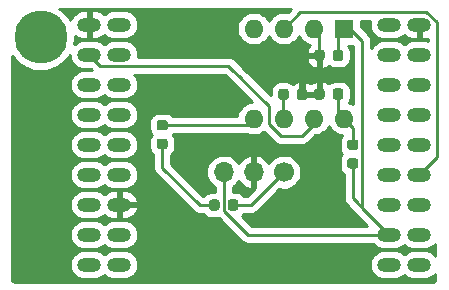
<source format=gbr>
%TF.GenerationSoftware,KiCad,Pcbnew,(5.99.0-2290-gd34f8fd4b)*%
%TF.CreationDate,2020-09-08T20:53:15+02:00*%
%TF.ProjectId,audio-esp32,61756469-6f2d-4657-9370-33322e6b6963,rev?*%
%TF.SameCoordinates,Original*%
%TF.FileFunction,Copper,L2,Bot*%
%TF.FilePolarity,Positive*%
%FSLAX46Y46*%
G04 Gerber Fmt 4.6, Leading zero omitted, Abs format (unit mm)*
G04 Created by KiCad (PCBNEW (5.99.0-2290-gd34f8fd4b)) date 2020-09-08 20:53:15*
%MOMM*%
%LPD*%
G01*
G04 APERTURE LIST*
%TA.AperFunction,ComponentPad*%
%ADD10O,1.600000X1.600000*%
%TD*%
%TA.AperFunction,ComponentPad*%
%ADD11R,1.600000X1.600000*%
%TD*%
%TA.AperFunction,ComponentPad*%
%ADD12C,1.700000*%
%TD*%
%TA.AperFunction,ComponentPad*%
%ADD13O,1.700000X1.700000*%
%TD*%
%TA.AperFunction,ComponentPad*%
%ADD14C,4.500000*%
%TD*%
%TA.AperFunction,ComponentPad*%
%ADD15O,2.000000X1.200000*%
%TD*%
%TA.AperFunction,Conductor*%
%ADD16C,0.250000*%
%TD*%
%TA.AperFunction,Conductor*%
%ADD17C,0.254000*%
%TD*%
G04 APERTURE END LIST*
D10*
%TO.P,U1,8,CKIN*%
%TO.N,Net-(C1-Pad1)*%
X157480000Y-76238250D03*
%TO.P,U1,4,STROBE*%
%TO.N,ESP_STROBE*%
X149860000Y-68618250D03*
%TO.P,U1,7,RESET*%
%TO.N,ESP_RESET*%
X154940000Y-76238250D03*
%TO.P,U1,3,OUT*%
%TO.N,ESP_AUDIO*%
X152400000Y-68618250D03*
%TO.P,U1,6,GND*%
%TO.N,Net-(C3-Pad1)*%
X152400000Y-76238250D03*
%TO.P,U1,2,VSS*%
%TO.N,GND*%
X154940000Y-68618250D03*
%TO.P,U1,5,IN*%
%TO.N,Net-(C2-Pad2)*%
X149860000Y-76238250D03*
D11*
%TO.P,U1,1,VDD*%
%TO.N,+3V3*%
X157480000Y-68618250D03*
%TD*%
D12*
%TO.P,U2,1,OUT*%
%TO.N,AUDIO*%
X152400000Y-80772000D03*
D13*
%TO.P,U2,3,Vcc*%
%TO.N,+3V3*%
X147320000Y-80772000D03*
%TO.P,U2,2,GND*%
%TO.N,GND*%
X149860000Y-80772000D03*
%TD*%
D14*
%TO.P,REF\u002A\u002A,1*%
%TO.N,N/C*%
X131826000Y-69342000D03*
%TD*%
D15*
%TO.P,U3,3,NC*%
%TO.N,Net-(U3-Pad3)*%
X163855938Y-70840948D03*
%TO.P,U3,18,IO13*%
%TO.N,Net-(U3-Pad18)*%
X161315938Y-88620948D03*
%TO.P,U3,15,NC*%
%TO.N,Net-(U3-Pad15)*%
X163855938Y-86080948D03*
%TO.P,U3,8,IO18*%
%TO.N,Net-(U3-Pad8)*%
X161315938Y-75920948D03*
%TO.P,U3,1,GND*%
%TO.N,GND*%
X163855938Y-68300948D03*
%TO.P,U3,6,IO26*%
%TO.N,ESP_STROBE*%
X161315938Y-73380948D03*
%TO.P,U3,17,NC*%
%TO.N,Net-(U3-Pad17)*%
X163855938Y-88620948D03*
%TO.P,U3,10,IO19*%
%TO.N,Net-(U3-Pad10)*%
X161315938Y-78460948D03*
%TO.P,U3,16,3V3*%
%TO.N,+3V3*%
X161315938Y-86080948D03*
%TO.P,U3,9,IO33_CRYSTAL_N*%
%TO.N,Net-(U3-Pad9)*%
X163855938Y-78460948D03*
%TO.P,U3,5,I_39_SENSOR_VN*%
%TO.N,Net-(U3-Pad5)*%
X163855938Y-73380948D03*
%TO.P,U3,4,I_36_SENSOR_VP*%
%TO.N,Net-(U3-Pad4)*%
X161315938Y-70840948D03*
%TO.P,U3,14,IO5*%
%TO.N,Net-(U3-Pad14)*%
X161315938Y-83540948D03*
%TO.P,U3,2,EN*%
%TO.N,Net-(U3-Pad2)*%
X161315938Y-68300948D03*
%TO.P,U3,12,IO23*%
%TO.N,Net-(U3-Pad12)*%
X161315938Y-81000948D03*
%TO.P,U3,7,I_35*%
%TO.N,Net-(U3-Pad7)*%
X163855938Y-75920948D03*
%TO.P,U3,13,IO14*%
%TO.N,Net-(U3-Pad13)*%
X163855938Y-83540948D03*
%TO.P,U3,11,I_34*%
%TO.N,ESP_AUDIO*%
X163855938Y-81000948D03*
%TO.P,U3,21,RXD0*%
%TO.N,Net-(U3-Pad21)*%
X138455938Y-70840948D03*
%TO.P,U3,36,LED_OUT*%
%TO.N,LED_DATA*%
X135915938Y-88620948D03*
%TO.P,U3,33,5v*%
%TO.N,+5V*%
X138455938Y-86080948D03*
%TO.P,U3,26,IO32_CRYSTAL_P*%
%TO.N,Net-(U3-Pad26)*%
X135915938Y-75920948D03*
%TO.P,U3,19,TXD0*%
%TO.N,Net-(U3-Pad19)*%
X138455938Y-68300948D03*
%TO.P,U3,24,IO25*%
%TO.N,Net-(U3-Pad24)*%
X135915938Y-73380948D03*
%TO.P,U3,35,LED_IO15*%
%TO.N,Net-(U3-Pad35)*%
X138455938Y-88620948D03*
%TO.P,U3,28,IO12*%
%TO.N,Net-(U3-Pad28)*%
X135915938Y-78460948D03*
%TO.P,U3,34,IO2*%
%TO.N,Net-(U3-Pad34)*%
X135915938Y-86080948D03*
%TO.P,U3,27,NC*%
%TO.N,Net-(U3-Pad27)*%
X138455938Y-78460948D03*
%TO.P,U3,23,IO22*%
%TO.N,Net-(U3-Pad23)*%
X138455938Y-73380948D03*
%TO.P,U3,22,IO27*%
%TO.N,ESP_RESET*%
X135915938Y-70840948D03*
%TO.P,U3,32,IO0*%
%TO.N,Net-(U3-Pad32)*%
X135915938Y-83540948D03*
%TO.P,U3,20,GND*%
%TO.N,GND*%
X135915938Y-68300948D03*
%TO.P,U3,30,IO4*%
%TO.N,Net-(U3-Pad30)*%
X135915938Y-81000948D03*
%TO.P,U3,25,IO21*%
%TO.N,Net-(U3-Pad25)*%
X138455938Y-75920948D03*
%TO.P,U3,31,GND*%
%TO.N,GND*%
X138455938Y-83540948D03*
%TO.P,U3,29,NC*%
%TO.N,Net-(U3-Pad29)*%
X138455938Y-81000948D03*
%TD*%
%TO.P,R2,2*%
%TO.N,Net-(C2-Pad1)*%
%TA.AperFunction,SMDPad,CuDef*%
G36*
G01*
X146970000Y-83309750D02*
X146970000Y-83822250D01*
G75*
G02*
X146751250Y-84041000I-218750J0D01*
G01*
X146313750Y-84041000D01*
G75*
G02*
X146095000Y-83822250I0J218750D01*
G01*
X146095000Y-83309750D01*
G75*
G02*
X146313750Y-83091000I218750J0D01*
G01*
X146751250Y-83091000D01*
G75*
G02*
X146970000Y-83309750I0J-218750D01*
G01*
G37*
%TD.AperFunction*%
%TO.P,R2,1*%
%TO.N,AUDIO*%
%TA.AperFunction,SMDPad,CuDef*%
G36*
G01*
X148545000Y-83309750D02*
X148545000Y-83822250D01*
G75*
G02*
X148326250Y-84041000I-218750J0D01*
G01*
X147888750Y-84041000D01*
G75*
G02*
X147670000Y-83822250I0J218750D01*
G01*
X147670000Y-83309750D01*
G75*
G02*
X147888750Y-83091000I218750J0D01*
G01*
X148326250Y-83091000D01*
G75*
G02*
X148545000Y-83309750I0J-218750D01*
G01*
G37*
%TD.AperFunction*%
%TD*%
%TO.P,R1,2*%
%TO.N,Net-(C1-Pad1)*%
%TA.AperFunction,SMDPad,CuDef*%
G36*
G01*
X158498250Y-78898000D02*
X157985750Y-78898000D01*
G75*
G02*
X157767000Y-78679250I0J218750D01*
G01*
X157767000Y-78241750D01*
G75*
G02*
X157985750Y-78023000I218750J0D01*
G01*
X158498250Y-78023000D01*
G75*
G02*
X158717000Y-78241750I0J-218750D01*
G01*
X158717000Y-78679250D01*
G75*
G02*
X158498250Y-78898000I-218750J0D01*
G01*
G37*
%TD.AperFunction*%
%TO.P,R1,1*%
%TO.N,+3V3*%
%TA.AperFunction,SMDPad,CuDef*%
G36*
G01*
X158498250Y-80473000D02*
X157985750Y-80473000D01*
G75*
G02*
X157767000Y-80254250I0J218750D01*
G01*
X157767000Y-79816750D01*
G75*
G02*
X157985750Y-79598000I218750J0D01*
G01*
X158498250Y-79598000D01*
G75*
G02*
X158717000Y-79816750I0J-218750D01*
G01*
X158717000Y-80254250D01*
G75*
G02*
X158498250Y-80473000I-218750J0D01*
G01*
G37*
%TD.AperFunction*%
%TD*%
%TO.P,C4,2*%
%TO.N,GND*%
%TA.AperFunction,SMDPad,CuDef*%
G36*
G01*
X155860000Y-70626988D02*
X155860000Y-71139488D01*
G75*
G02*
X155641250Y-71358238I-218750J0D01*
G01*
X155203750Y-71358238D01*
G75*
G02*
X154985000Y-71139488I0J218750D01*
G01*
X154985000Y-70626988D01*
G75*
G02*
X155203750Y-70408238I218750J0D01*
G01*
X155641250Y-70408238D01*
G75*
G02*
X155860000Y-70626988I0J-218750D01*
G01*
G37*
%TD.AperFunction*%
%TO.P,C4,1*%
%TO.N,+3V3*%
%TA.AperFunction,SMDPad,CuDef*%
G36*
G01*
X157435000Y-70626988D02*
X157435000Y-71139488D01*
G75*
G02*
X157216250Y-71358238I-218750J0D01*
G01*
X156778750Y-71358238D01*
G75*
G02*
X156560000Y-71139488I0J218750D01*
G01*
X156560000Y-70626988D01*
G75*
G02*
X156778750Y-70408238I218750J0D01*
G01*
X157216250Y-70408238D01*
G75*
G02*
X157435000Y-70626988I0J-218750D01*
G01*
G37*
%TD.AperFunction*%
%TD*%
%TO.P,C3,2*%
%TO.N,GND*%
%TA.AperFunction,SMDPad,CuDef*%
G36*
G01*
X153512000Y-74449302D02*
X153512000Y-73936802D01*
G75*
G02*
X153730750Y-73718052I218750J0D01*
G01*
X154168250Y-73718052D01*
G75*
G02*
X154387000Y-73936802I0J-218750D01*
G01*
X154387000Y-74449302D01*
G75*
G02*
X154168250Y-74668052I-218750J0D01*
G01*
X153730750Y-74668052D01*
G75*
G02*
X153512000Y-74449302I0J218750D01*
G01*
G37*
%TD.AperFunction*%
%TO.P,C3,1*%
%TO.N,Net-(C3-Pad1)*%
%TA.AperFunction,SMDPad,CuDef*%
G36*
G01*
X151937000Y-74449302D02*
X151937000Y-73936802D01*
G75*
G02*
X152155750Y-73718052I218750J0D01*
G01*
X152593250Y-73718052D01*
G75*
G02*
X152812000Y-73936802I0J-218750D01*
G01*
X152812000Y-74449302D01*
G75*
G02*
X152593250Y-74668052I-218750J0D01*
G01*
X152155750Y-74668052D01*
G75*
G02*
X151937000Y-74449302I0J218750D01*
G01*
G37*
%TD.AperFunction*%
%TD*%
%TO.P,C2,2*%
%TO.N,Net-(C2-Pad2)*%
%TA.AperFunction,SMDPad,CuDef*%
G36*
G01*
X142369250Y-77247000D02*
X141856750Y-77247000D01*
G75*
G02*
X141638000Y-77028250I0J218750D01*
G01*
X141638000Y-76590750D01*
G75*
G02*
X141856750Y-76372000I218750J0D01*
G01*
X142369250Y-76372000D01*
G75*
G02*
X142588000Y-76590750I0J-218750D01*
G01*
X142588000Y-77028250D01*
G75*
G02*
X142369250Y-77247000I-218750J0D01*
G01*
G37*
%TD.AperFunction*%
%TO.P,C2,1*%
%TO.N,Net-(C2-Pad1)*%
%TA.AperFunction,SMDPad,CuDef*%
G36*
G01*
X142369250Y-78822000D02*
X141856750Y-78822000D01*
G75*
G02*
X141638000Y-78603250I0J218750D01*
G01*
X141638000Y-78165750D01*
G75*
G02*
X141856750Y-77947000I218750J0D01*
G01*
X142369250Y-77947000D01*
G75*
G02*
X142588000Y-78165750I0J-218750D01*
G01*
X142588000Y-78603250D01*
G75*
G02*
X142369250Y-78822000I-218750J0D01*
G01*
G37*
%TD.AperFunction*%
%TD*%
%TO.P,C1,2*%
%TO.N,GND*%
%TA.AperFunction,SMDPad,CuDef*%
G36*
G01*
X155860000Y-73912858D02*
X155860000Y-74425358D01*
G75*
G02*
X155641250Y-74644108I-218750J0D01*
G01*
X155203750Y-74644108D01*
G75*
G02*
X154985000Y-74425358I0J218750D01*
G01*
X154985000Y-73912858D01*
G75*
G02*
X155203750Y-73694108I218750J0D01*
G01*
X155641250Y-73694108D01*
G75*
G02*
X155860000Y-73912858I0J-218750D01*
G01*
G37*
%TD.AperFunction*%
%TO.P,C1,1*%
%TO.N,Net-(C1-Pad1)*%
%TA.AperFunction,SMDPad,CuDef*%
G36*
G01*
X157435000Y-73912858D02*
X157435000Y-74425358D01*
G75*
G02*
X157216250Y-74644108I-218750J0D01*
G01*
X156778750Y-74644108D01*
G75*
G02*
X156560000Y-74425358I0J218750D01*
G01*
X156560000Y-73912858D01*
G75*
G02*
X156778750Y-73694108I218750J0D01*
G01*
X157216250Y-73694108D01*
G75*
G02*
X157435000Y-73912858I0J-218750D01*
G01*
G37*
%TD.AperFunction*%
%TD*%
D16*
%TO.N,ESP_RESET*%
X154940000Y-76238250D02*
X154940000Y-76708000D01*
X154940000Y-76708000D02*
X153924000Y-77724000D01*
X153924000Y-77724000D02*
X152146000Y-77724000D01*
X151130000Y-75184000D02*
X147711958Y-71765958D01*
X152146000Y-77724000D02*
X151130000Y-76708000D01*
X151130000Y-76708000D02*
X151130000Y-75184000D01*
%TO.N,Net-(C1-Pad1)*%
X158242000Y-78460500D02*
X158242000Y-77000250D01*
X158242000Y-77000250D02*
X157480000Y-76238250D01*
X156997500Y-74169108D02*
X156997500Y-75755750D01*
X156997500Y-75755750D02*
X157480000Y-76238250D01*
%TO.N,Net-(C3-Pad1)*%
X152374500Y-74193052D02*
X152374500Y-76212750D01*
X152374500Y-76212750D02*
X152400000Y-76238250D01*
%TO.N,GND*%
X155422500Y-74169108D02*
X153973444Y-74169108D01*
X153973444Y-74169108D02*
X153949500Y-74193052D01*
X155422500Y-74169108D02*
X155422500Y-70883238D01*
X155422500Y-70883238D02*
X155422500Y-69100750D01*
X155422500Y-69100750D02*
X154940000Y-68618250D01*
%TO.N,Net-(C3-Pad1)*%
X152400000Y-75967589D02*
X152400000Y-76238250D01*
X152425500Y-75942089D02*
X152400000Y-75967589D01*
%TO.N,ESP_AUDIO*%
X165354000Y-68090849D02*
X164485730Y-67222579D01*
X153795671Y-67222579D02*
X152400000Y-68618250D01*
X164485730Y-67222579D02*
X153795671Y-67222579D01*
%TO.N,+3V3*%
X156997500Y-69100750D02*
X157480000Y-68618250D01*
%TO.N,ESP_AUDIO*%
X165354000Y-79502886D02*
X165354000Y-68090849D01*
%TO.N,Net-(C2-Pad2)*%
X142113000Y-76809500D02*
X149288750Y-76809500D01*
%TO.N,ESP_AUDIO*%
X163855938Y-81000948D02*
X165354000Y-79502886D01*
%TO.N,Net-(C2-Pad2)*%
X149288750Y-76809500D02*
X149860000Y-76238250D01*
%TO.N,+3V3*%
X156997500Y-70883238D02*
X156997500Y-69100750D01*
X157480000Y-68618250D02*
X158026250Y-68618250D01*
X158026250Y-68618250D02*
X159042010Y-69634010D01*
X159042010Y-69634010D02*
X159042010Y-83807020D01*
X159042010Y-83807020D02*
X161315938Y-86080948D01*
%TO.N,ESP_RESET*%
X147711958Y-71765958D02*
X148844000Y-72898000D01*
X148844000Y-72898000D02*
X148590000Y-72644000D01*
X135915938Y-70840948D02*
X136840948Y-71765958D01*
X136840948Y-71765958D02*
X147711958Y-71765958D01*
%TO.N,Net-(C2-Pad1)*%
X146532500Y-83566000D02*
X145288000Y-83566000D01*
X145288000Y-83566000D02*
X142113000Y-80391000D01*
X142113000Y-80391000D02*
X142113000Y-78384500D01*
%TO.N,AUDIO*%
X152400000Y-80772000D02*
X149606000Y-83566000D01*
X149606000Y-83566000D02*
X148107500Y-83566000D01*
%TO.N,+3V3*%
X147320000Y-80772000D02*
X147320000Y-84026164D01*
X147320000Y-84026164D02*
X149374784Y-86080948D01*
X149374784Y-86080948D02*
X161315938Y-86080948D01*
%TO.N,GND*%
X149860000Y-80772000D02*
X149860000Y-80264000D01*
%TO.N,+3V3*%
X158242000Y-80035500D02*
X158242000Y-83007010D01*
X158242000Y-83007010D02*
X161315938Y-86080948D01*
%TD*%
%TO.N,GND*%
D17*
X134280557Y-70932380D02*
X134281464Y-70943898D01*
X134317906Y-71155979D01*
X134320896Y-71167139D01*
X134395377Y-71369028D01*
X134400351Y-71379457D01*
X134510376Y-71564392D01*
X134517167Y-71573738D01*
X134659051Y-71735526D01*
X134667432Y-71743479D01*
X134836424Y-71876701D01*
X134846113Y-71882994D01*
X135036554Y-71983189D01*
X135047228Y-71987610D01*
X135253132Y-72051546D01*
X135265258Y-72054041D01*
X135460893Y-72074603D01*
X135467483Y-72074948D01*
X136073723Y-72074948D01*
X136145723Y-72146948D01*
X135461401Y-72146948D01*
X135455634Y-72147212D01*
X135295874Y-72161892D01*
X135284514Y-72163998D01*
X135077404Y-72222409D01*
X135066617Y-72226549D01*
X134873620Y-72321725D01*
X134863769Y-72327762D01*
X134691348Y-72456515D01*
X134682763Y-72464246D01*
X134536691Y-72622264D01*
X134529658Y-72631430D01*
X134414830Y-72813422D01*
X134409585Y-72823716D01*
X134329844Y-73023586D01*
X134326563Y-73034664D01*
X134284582Y-73245718D01*
X134283374Y-73257208D01*
X134280557Y-73472380D01*
X134281464Y-73483898D01*
X134317906Y-73695979D01*
X134320896Y-73707139D01*
X134395377Y-73909028D01*
X134400351Y-73919457D01*
X134510376Y-74104392D01*
X134517167Y-74113738D01*
X134659051Y-74275526D01*
X134667432Y-74283479D01*
X134836424Y-74416701D01*
X134846113Y-74422994D01*
X135036554Y-74523189D01*
X135047228Y-74527610D01*
X135253132Y-74591546D01*
X135265258Y-74594041D01*
X135460893Y-74614603D01*
X135467483Y-74614948D01*
X136370475Y-74614948D01*
X136376242Y-74614684D01*
X136536002Y-74600004D01*
X136547362Y-74597898D01*
X136754472Y-74539487D01*
X136765259Y-74535347D01*
X136958256Y-74440171D01*
X136968107Y-74434134D01*
X137140528Y-74305381D01*
X137149113Y-74297650D01*
X137184696Y-74259157D01*
X137199051Y-74275526D01*
X137207432Y-74283479D01*
X137376424Y-74416701D01*
X137386113Y-74422994D01*
X137576554Y-74523189D01*
X137587228Y-74527610D01*
X137793132Y-74591546D01*
X137805258Y-74594041D01*
X138000893Y-74614603D01*
X138007483Y-74614948D01*
X138910475Y-74614948D01*
X138916242Y-74614684D01*
X139076002Y-74600004D01*
X139087362Y-74597898D01*
X139294472Y-74539487D01*
X139305259Y-74535347D01*
X139498256Y-74440171D01*
X139508107Y-74434134D01*
X139680528Y-74305381D01*
X139689113Y-74297650D01*
X139835185Y-74139632D01*
X139842218Y-74130466D01*
X139957046Y-73948474D01*
X139962291Y-73938180D01*
X140042032Y-73738310D01*
X140045313Y-73727232D01*
X140087294Y-73516178D01*
X140088502Y-73504688D01*
X140091319Y-73289516D01*
X140090412Y-73277998D01*
X140053970Y-73065917D01*
X140050980Y-73054757D01*
X139976499Y-72852868D01*
X139971525Y-72842439D01*
X139861500Y-72657504D01*
X139854709Y-72648158D01*
X139748420Y-72526958D01*
X147396744Y-72526958D01*
X147957454Y-73087668D01*
X149683105Y-74813320D01*
X149492874Y-74846863D01*
X149482247Y-74849710D01*
X149256840Y-74931752D01*
X149246868Y-74936402D01*
X149039132Y-75056338D01*
X149030119Y-75062649D01*
X148846366Y-75216837D01*
X148838587Y-75224616D01*
X148684399Y-75408369D01*
X148678088Y-75417382D01*
X148558152Y-75625118D01*
X148553502Y-75635090D01*
X148471460Y-75860497D01*
X148468613Y-75871124D01*
X148437336Y-76048500D01*
X143039622Y-76048500D01*
X143028722Y-76031539D01*
X143016919Y-76017918D01*
X142843736Y-75867854D01*
X142828574Y-75858110D01*
X142620128Y-75762916D01*
X142602835Y-75757838D01*
X142432990Y-75733418D01*
X142424013Y-75732776D01*
X141817538Y-75732776D01*
X141804108Y-75734220D01*
X141513054Y-75797535D01*
X141492220Y-75806165D01*
X141297539Y-75931278D01*
X141283918Y-75943081D01*
X141133854Y-76116264D01*
X141124110Y-76131426D01*
X141028916Y-76339872D01*
X141023838Y-76357165D01*
X140999418Y-76527010D01*
X140998776Y-76535987D01*
X140998776Y-77067462D01*
X141000220Y-77080892D01*
X141063535Y-77371946D01*
X141072165Y-77392780D01*
X141197278Y-77587461D01*
X141209081Y-77601082D01*
X141210747Y-77602525D01*
X141133854Y-77691264D01*
X141124110Y-77706426D01*
X141028916Y-77914872D01*
X141023838Y-77932165D01*
X140999418Y-78102010D01*
X140998776Y-78110987D01*
X140998776Y-78642462D01*
X141000220Y-78655892D01*
X141063535Y-78946946D01*
X141072165Y-78967780D01*
X141197278Y-79162461D01*
X141209081Y-79176082D01*
X141352001Y-79299923D01*
X141352000Y-80446178D01*
X141352001Y-80446190D01*
X141352001Y-80501489D01*
X141355103Y-80521077D01*
X141370736Y-80569191D01*
X141378653Y-80619176D01*
X141384782Y-80638037D01*
X141407753Y-80683120D01*
X141423390Y-80731245D01*
X141432394Y-80748917D01*
X141462138Y-80789855D01*
X141485106Y-80834933D01*
X141496763Y-80850978D01*
X141653190Y-81007406D01*
X141653197Y-81007411D01*
X144678776Y-84032991D01*
X144828021Y-84182237D01*
X144844066Y-84193894D01*
X144889144Y-84216862D01*
X144930082Y-84246606D01*
X144947754Y-84255610D01*
X144995879Y-84271247D01*
X145040962Y-84294218D01*
X145059823Y-84300347D01*
X145109808Y-84308264D01*
X145157922Y-84323897D01*
X145177510Y-84326999D01*
X145232809Y-84326999D01*
X145232821Y-84327000D01*
X145619279Y-84327000D01*
X145654278Y-84381461D01*
X145666081Y-84395082D01*
X145839264Y-84545146D01*
X145854426Y-84554890D01*
X146062872Y-84650084D01*
X146080165Y-84655162D01*
X146250010Y-84679582D01*
X146258987Y-84680224D01*
X146790462Y-84680224D01*
X146803892Y-84678780D01*
X146879873Y-84662251D01*
X148875173Y-86657554D01*
X148875188Y-86657567D01*
X148914804Y-86697184D01*
X148930850Y-86708842D01*
X148975934Y-86731814D01*
X149016868Y-86761554D01*
X149034538Y-86770558D01*
X149082657Y-86786193D01*
X149127745Y-86809166D01*
X149146607Y-86815294D01*
X149196589Y-86823211D01*
X149244704Y-86838845D01*
X149264293Y-86841947D01*
X149319593Y-86841947D01*
X149319605Y-86841948D01*
X159941906Y-86841948D01*
X160059051Y-86975526D01*
X160067432Y-86983479D01*
X160236424Y-87116701D01*
X160246113Y-87122994D01*
X160436554Y-87223189D01*
X160447228Y-87227610D01*
X160653132Y-87291546D01*
X160665258Y-87294041D01*
X160860893Y-87314603D01*
X160867483Y-87314948D01*
X161770475Y-87314948D01*
X161776242Y-87314684D01*
X161936002Y-87300004D01*
X161947362Y-87297898D01*
X162154472Y-87239487D01*
X162165259Y-87235347D01*
X162358256Y-87140171D01*
X162368107Y-87134134D01*
X162540528Y-87005381D01*
X162549113Y-86997650D01*
X162584696Y-86959157D01*
X162599051Y-86975526D01*
X162607432Y-86983479D01*
X162776424Y-87116701D01*
X162786113Y-87122994D01*
X162976554Y-87223189D01*
X162987228Y-87227610D01*
X163193132Y-87291546D01*
X163205258Y-87294041D01*
X163400893Y-87314603D01*
X163407483Y-87314948D01*
X164310475Y-87314948D01*
X164316242Y-87314684D01*
X164476002Y-87300004D01*
X164487362Y-87297898D01*
X164694472Y-87239487D01*
X164705259Y-87235347D01*
X164898256Y-87140171D01*
X164908107Y-87134134D01*
X165080528Y-87005381D01*
X165089113Y-86997650D01*
X165228000Y-86847405D01*
X165228000Y-87857702D01*
X165112825Y-87726370D01*
X165104444Y-87718417D01*
X164935452Y-87585195D01*
X164925763Y-87578902D01*
X164735322Y-87478707D01*
X164724648Y-87474286D01*
X164518744Y-87410350D01*
X164506618Y-87407855D01*
X164310983Y-87387293D01*
X164304393Y-87386948D01*
X163401401Y-87386948D01*
X163395634Y-87387212D01*
X163235874Y-87401892D01*
X163224514Y-87403998D01*
X163017404Y-87462409D01*
X163006617Y-87466549D01*
X162813620Y-87561725D01*
X162803769Y-87567762D01*
X162631348Y-87696515D01*
X162622763Y-87704246D01*
X162587180Y-87742739D01*
X162572825Y-87726370D01*
X162564444Y-87718417D01*
X162395452Y-87585195D01*
X162385763Y-87578902D01*
X162195322Y-87478707D01*
X162184648Y-87474286D01*
X161978744Y-87410350D01*
X161966618Y-87407855D01*
X161770983Y-87387293D01*
X161764393Y-87386948D01*
X160861401Y-87386948D01*
X160855634Y-87387212D01*
X160695874Y-87401892D01*
X160684514Y-87403998D01*
X160477404Y-87462409D01*
X160466617Y-87466549D01*
X160273620Y-87561725D01*
X160263769Y-87567762D01*
X160091348Y-87696515D01*
X160082763Y-87704246D01*
X159936691Y-87862264D01*
X159929658Y-87871430D01*
X159814830Y-88053422D01*
X159809585Y-88063716D01*
X159729844Y-88263586D01*
X159726563Y-88274664D01*
X159684582Y-88485718D01*
X159683374Y-88497208D01*
X159680557Y-88712380D01*
X159681464Y-88723898D01*
X159717906Y-88935979D01*
X159720896Y-88947139D01*
X159795377Y-89149028D01*
X159800351Y-89159457D01*
X159910376Y-89344392D01*
X159917167Y-89353738D01*
X160059051Y-89515526D01*
X160067432Y-89523479D01*
X160236424Y-89656701D01*
X160246113Y-89662994D01*
X160436554Y-89763189D01*
X160447228Y-89767610D01*
X160653132Y-89831546D01*
X160665258Y-89834041D01*
X160860893Y-89854603D01*
X160867483Y-89854948D01*
X161770475Y-89854948D01*
X161776242Y-89854684D01*
X161936002Y-89840004D01*
X161947362Y-89837898D01*
X162154472Y-89779487D01*
X162165259Y-89775347D01*
X162358256Y-89680171D01*
X162368107Y-89674134D01*
X162540528Y-89545381D01*
X162549113Y-89537650D01*
X162584696Y-89499157D01*
X162599051Y-89515526D01*
X162607432Y-89523479D01*
X162776424Y-89656701D01*
X162786113Y-89662994D01*
X162976554Y-89763189D01*
X162987228Y-89767610D01*
X163193132Y-89831546D01*
X163205258Y-89834041D01*
X163400893Y-89854603D01*
X163407483Y-89854948D01*
X164310475Y-89854948D01*
X164316242Y-89854684D01*
X164476002Y-89840004D01*
X164487362Y-89837898D01*
X164694472Y-89779487D01*
X164705259Y-89775347D01*
X164898256Y-89680171D01*
X164908107Y-89674134D01*
X165080528Y-89545381D01*
X165089113Y-89537650D01*
X165228000Y-89387405D01*
X165228000Y-89834438D01*
X165227145Y-89841403D01*
X165227099Y-89841784D01*
X165215269Y-89943250D01*
X165205910Y-89969036D01*
X165190869Y-89991977D01*
X165170953Y-90010843D01*
X165147228Y-90024624D01*
X165112601Y-90035111D01*
X165038712Y-90041705D01*
X165029861Y-90043135D01*
X165026187Y-90044000D01*
X129621562Y-90044000D01*
X129614597Y-90043145D01*
X129614216Y-90043099D01*
X129512750Y-90031269D01*
X129486964Y-90021910D01*
X129464023Y-90006869D01*
X129445157Y-89986953D01*
X129431376Y-89963228D01*
X129420889Y-89928601D01*
X129414295Y-89854712D01*
X129412865Y-89845861D01*
X129412000Y-89842187D01*
X129412000Y-88712380D01*
X134280557Y-88712380D01*
X134281464Y-88723898D01*
X134317906Y-88935979D01*
X134320896Y-88947139D01*
X134395377Y-89149028D01*
X134400351Y-89159457D01*
X134510376Y-89344392D01*
X134517167Y-89353738D01*
X134659051Y-89515526D01*
X134667432Y-89523479D01*
X134836424Y-89656701D01*
X134846113Y-89662994D01*
X135036554Y-89763189D01*
X135047228Y-89767610D01*
X135253132Y-89831546D01*
X135265258Y-89834041D01*
X135460893Y-89854603D01*
X135467483Y-89854948D01*
X136370475Y-89854948D01*
X136376242Y-89854684D01*
X136536002Y-89840004D01*
X136547362Y-89837898D01*
X136754472Y-89779487D01*
X136765259Y-89775347D01*
X136958256Y-89680171D01*
X136968107Y-89674134D01*
X137140528Y-89545381D01*
X137149113Y-89537650D01*
X137184696Y-89499157D01*
X137199051Y-89515526D01*
X137207432Y-89523479D01*
X137376424Y-89656701D01*
X137386113Y-89662994D01*
X137576554Y-89763189D01*
X137587228Y-89767610D01*
X137793132Y-89831546D01*
X137805258Y-89834041D01*
X138000893Y-89854603D01*
X138007483Y-89854948D01*
X138910475Y-89854948D01*
X138916242Y-89854684D01*
X139076002Y-89840004D01*
X139087362Y-89837898D01*
X139294472Y-89779487D01*
X139305259Y-89775347D01*
X139498256Y-89680171D01*
X139508107Y-89674134D01*
X139680528Y-89545381D01*
X139689113Y-89537650D01*
X139835185Y-89379632D01*
X139842218Y-89370466D01*
X139957046Y-89188474D01*
X139962291Y-89178180D01*
X140042032Y-88978310D01*
X140045313Y-88967232D01*
X140087294Y-88756178D01*
X140088502Y-88744688D01*
X140091319Y-88529516D01*
X140090412Y-88517998D01*
X140053970Y-88305917D01*
X140050980Y-88294757D01*
X139976499Y-88092868D01*
X139971525Y-88082439D01*
X139861500Y-87897504D01*
X139854709Y-87888158D01*
X139712825Y-87726370D01*
X139704444Y-87718417D01*
X139535452Y-87585195D01*
X139525763Y-87578902D01*
X139335322Y-87478707D01*
X139324648Y-87474286D01*
X139118744Y-87410350D01*
X139106618Y-87407855D01*
X138910983Y-87387293D01*
X138904393Y-87386948D01*
X138001401Y-87386948D01*
X137995634Y-87387212D01*
X137835874Y-87401892D01*
X137824514Y-87403998D01*
X137617404Y-87462409D01*
X137606617Y-87466549D01*
X137413620Y-87561725D01*
X137403769Y-87567762D01*
X137231348Y-87696515D01*
X137222763Y-87704246D01*
X137187180Y-87742739D01*
X137172825Y-87726370D01*
X137164444Y-87718417D01*
X136995452Y-87585195D01*
X136985763Y-87578902D01*
X136795322Y-87478707D01*
X136784648Y-87474286D01*
X136578744Y-87410350D01*
X136566618Y-87407855D01*
X136370983Y-87387293D01*
X136364393Y-87386948D01*
X135461401Y-87386948D01*
X135455634Y-87387212D01*
X135295874Y-87401892D01*
X135284514Y-87403998D01*
X135077404Y-87462409D01*
X135066617Y-87466549D01*
X134873620Y-87561725D01*
X134863769Y-87567762D01*
X134691348Y-87696515D01*
X134682763Y-87704246D01*
X134536691Y-87862264D01*
X134529658Y-87871430D01*
X134414830Y-88053422D01*
X134409585Y-88063716D01*
X134329844Y-88263586D01*
X134326563Y-88274664D01*
X134284582Y-88485718D01*
X134283374Y-88497208D01*
X134280557Y-88712380D01*
X129412000Y-88712380D01*
X129412000Y-86172380D01*
X134280557Y-86172380D01*
X134281464Y-86183898D01*
X134317906Y-86395979D01*
X134320896Y-86407139D01*
X134395377Y-86609028D01*
X134400351Y-86619457D01*
X134510376Y-86804392D01*
X134517167Y-86813738D01*
X134659051Y-86975526D01*
X134667432Y-86983479D01*
X134836424Y-87116701D01*
X134846113Y-87122994D01*
X135036554Y-87223189D01*
X135047228Y-87227610D01*
X135253132Y-87291546D01*
X135265258Y-87294041D01*
X135460893Y-87314603D01*
X135467483Y-87314948D01*
X136370475Y-87314948D01*
X136376242Y-87314684D01*
X136536002Y-87300004D01*
X136547362Y-87297898D01*
X136754472Y-87239487D01*
X136765259Y-87235347D01*
X136958256Y-87140171D01*
X136968107Y-87134134D01*
X137140528Y-87005381D01*
X137149113Y-86997650D01*
X137184696Y-86959157D01*
X137199051Y-86975526D01*
X137207432Y-86983479D01*
X137376424Y-87116701D01*
X137386113Y-87122994D01*
X137576554Y-87223189D01*
X137587228Y-87227610D01*
X137793132Y-87291546D01*
X137805258Y-87294041D01*
X138000893Y-87314603D01*
X138007483Y-87314948D01*
X138910475Y-87314948D01*
X138916242Y-87314684D01*
X139076002Y-87300004D01*
X139087362Y-87297898D01*
X139294472Y-87239487D01*
X139305259Y-87235347D01*
X139498256Y-87140171D01*
X139508107Y-87134134D01*
X139680528Y-87005381D01*
X139689113Y-86997650D01*
X139835185Y-86839632D01*
X139842218Y-86830466D01*
X139957046Y-86648474D01*
X139962291Y-86638180D01*
X140042032Y-86438310D01*
X140045313Y-86427232D01*
X140087294Y-86216178D01*
X140088502Y-86204688D01*
X140091319Y-85989516D01*
X140090412Y-85977998D01*
X140053970Y-85765917D01*
X140050980Y-85754757D01*
X139976499Y-85552868D01*
X139971525Y-85542439D01*
X139861500Y-85357504D01*
X139854709Y-85348158D01*
X139712825Y-85186370D01*
X139704444Y-85178417D01*
X139535452Y-85045195D01*
X139525763Y-85038902D01*
X139335322Y-84938707D01*
X139324648Y-84934286D01*
X139118744Y-84870350D01*
X139106618Y-84867855D01*
X138910983Y-84847293D01*
X138904393Y-84846948D01*
X138001401Y-84846948D01*
X137995634Y-84847212D01*
X137835874Y-84861892D01*
X137824514Y-84863998D01*
X137617404Y-84922409D01*
X137606617Y-84926549D01*
X137413620Y-85021725D01*
X137403769Y-85027762D01*
X137231348Y-85156515D01*
X137222763Y-85164246D01*
X137187180Y-85202739D01*
X137172825Y-85186370D01*
X137164444Y-85178417D01*
X136995452Y-85045195D01*
X136985763Y-85038902D01*
X136795322Y-84938707D01*
X136784648Y-84934286D01*
X136578744Y-84870350D01*
X136566618Y-84867855D01*
X136370983Y-84847293D01*
X136364393Y-84846948D01*
X135461401Y-84846948D01*
X135455634Y-84847212D01*
X135295874Y-84861892D01*
X135284514Y-84863998D01*
X135077404Y-84922409D01*
X135066617Y-84926549D01*
X134873620Y-85021725D01*
X134863769Y-85027762D01*
X134691348Y-85156515D01*
X134682763Y-85164246D01*
X134536691Y-85322264D01*
X134529658Y-85331430D01*
X134414830Y-85513422D01*
X134409585Y-85523716D01*
X134329844Y-85723586D01*
X134326563Y-85734664D01*
X134284582Y-85945718D01*
X134283374Y-85957208D01*
X134280557Y-86172380D01*
X129412000Y-86172380D01*
X129412000Y-83632380D01*
X134280557Y-83632380D01*
X134281464Y-83643898D01*
X134317906Y-83855979D01*
X134320896Y-83867139D01*
X134395377Y-84069028D01*
X134400351Y-84079457D01*
X134510376Y-84264392D01*
X134517167Y-84273738D01*
X134659051Y-84435526D01*
X134667432Y-84443479D01*
X134836424Y-84576701D01*
X134846113Y-84582994D01*
X135036554Y-84683189D01*
X135047228Y-84687610D01*
X135253132Y-84751546D01*
X135265258Y-84754041D01*
X135460893Y-84774603D01*
X135467483Y-84774948D01*
X136370475Y-84774948D01*
X136376242Y-84774684D01*
X136536002Y-84760004D01*
X136547362Y-84757898D01*
X136754472Y-84699487D01*
X136765259Y-84695347D01*
X136958256Y-84600171D01*
X136968107Y-84594134D01*
X137140528Y-84465381D01*
X137149113Y-84457650D01*
X137184696Y-84419157D01*
X137199051Y-84435526D01*
X137207432Y-84443479D01*
X137376424Y-84576701D01*
X137386113Y-84582994D01*
X137576554Y-84683189D01*
X137587228Y-84687610D01*
X137793132Y-84751546D01*
X137805258Y-84754041D01*
X138000893Y-84774603D01*
X138007483Y-84774948D01*
X138254129Y-84774948D01*
X138327938Y-84701139D01*
X138583937Y-84701139D01*
X138657746Y-84774948D01*
X138910475Y-84774948D01*
X138916242Y-84774684D01*
X139076002Y-84760004D01*
X139087362Y-84757898D01*
X139294472Y-84699487D01*
X139305259Y-84695347D01*
X139498256Y-84600171D01*
X139508107Y-84594134D01*
X139680528Y-84465381D01*
X139689113Y-84457650D01*
X139835185Y-84299632D01*
X139842218Y-84290466D01*
X139957046Y-84108474D01*
X139962291Y-84098180D01*
X140042032Y-83898310D01*
X140045313Y-83887232D01*
X140070406Y-83761081D01*
X139994795Y-83668948D01*
X138657747Y-83668947D01*
X138583938Y-83742756D01*
X138583937Y-84701139D01*
X138327938Y-84701139D01*
X138327939Y-83742756D01*
X138327938Y-83742755D01*
X138327938Y-83339139D01*
X138583937Y-83339139D01*
X138657746Y-83412948D01*
X139995197Y-83412949D01*
X140070711Y-83323353D01*
X140053970Y-83225918D01*
X140050980Y-83214757D01*
X139976499Y-83012868D01*
X139971525Y-83002439D01*
X139861500Y-82817504D01*
X139854709Y-82808158D01*
X139712825Y-82646370D01*
X139704444Y-82638417D01*
X139535452Y-82505195D01*
X139525763Y-82498902D01*
X139335322Y-82398707D01*
X139324648Y-82394286D01*
X139118744Y-82330350D01*
X139106618Y-82327855D01*
X138910983Y-82307293D01*
X138904393Y-82306948D01*
X138657747Y-82306948D01*
X138583938Y-82380757D01*
X138583937Y-83339139D01*
X138327938Y-83339139D01*
X138327939Y-82380757D01*
X138254130Y-82306948D01*
X138001401Y-82306948D01*
X137995634Y-82307212D01*
X137835874Y-82321892D01*
X137824514Y-82323998D01*
X137617404Y-82382409D01*
X137606617Y-82386549D01*
X137413620Y-82481725D01*
X137403769Y-82487762D01*
X137231348Y-82616515D01*
X137222763Y-82624246D01*
X137187180Y-82662739D01*
X137172825Y-82646370D01*
X137164444Y-82638417D01*
X136995452Y-82505195D01*
X136985763Y-82498902D01*
X136795322Y-82398707D01*
X136784648Y-82394286D01*
X136578744Y-82330350D01*
X136566618Y-82327855D01*
X136370983Y-82307293D01*
X136364393Y-82306948D01*
X135461401Y-82306948D01*
X135455634Y-82307212D01*
X135295874Y-82321892D01*
X135284514Y-82323998D01*
X135077404Y-82382409D01*
X135066617Y-82386549D01*
X134873620Y-82481725D01*
X134863769Y-82487762D01*
X134691348Y-82616515D01*
X134682763Y-82624246D01*
X134536691Y-82782264D01*
X134529658Y-82791430D01*
X134414830Y-82973422D01*
X134409585Y-82983716D01*
X134329844Y-83183586D01*
X134326563Y-83194664D01*
X134284582Y-83405718D01*
X134283374Y-83417208D01*
X134280557Y-83632380D01*
X129412000Y-83632380D01*
X129412000Y-81092380D01*
X134280557Y-81092380D01*
X134281464Y-81103898D01*
X134317906Y-81315979D01*
X134320896Y-81327139D01*
X134395377Y-81529028D01*
X134400351Y-81539457D01*
X134510376Y-81724392D01*
X134517167Y-81733738D01*
X134659051Y-81895526D01*
X134667432Y-81903479D01*
X134836424Y-82036701D01*
X134846113Y-82042994D01*
X135036554Y-82143189D01*
X135047228Y-82147610D01*
X135253132Y-82211546D01*
X135265258Y-82214041D01*
X135460893Y-82234603D01*
X135467483Y-82234948D01*
X136370475Y-82234948D01*
X136376242Y-82234684D01*
X136536002Y-82220004D01*
X136547362Y-82217898D01*
X136754472Y-82159487D01*
X136765259Y-82155347D01*
X136958256Y-82060171D01*
X136968107Y-82054134D01*
X137140528Y-81925381D01*
X137149113Y-81917650D01*
X137184696Y-81879157D01*
X137199051Y-81895526D01*
X137207432Y-81903479D01*
X137376424Y-82036701D01*
X137386113Y-82042994D01*
X137576554Y-82143189D01*
X137587228Y-82147610D01*
X137793132Y-82211546D01*
X137805258Y-82214041D01*
X138000893Y-82234603D01*
X138007483Y-82234948D01*
X138910475Y-82234948D01*
X138916242Y-82234684D01*
X139076002Y-82220004D01*
X139087362Y-82217898D01*
X139294472Y-82159487D01*
X139305259Y-82155347D01*
X139498256Y-82060171D01*
X139508107Y-82054134D01*
X139680528Y-81925381D01*
X139689113Y-81917650D01*
X139835185Y-81759632D01*
X139842218Y-81750466D01*
X139957046Y-81568474D01*
X139962291Y-81558180D01*
X140042032Y-81358310D01*
X140045313Y-81347232D01*
X140087294Y-81136178D01*
X140088502Y-81124688D01*
X140091319Y-80909516D01*
X140090412Y-80897998D01*
X140053970Y-80685917D01*
X140050980Y-80674757D01*
X139976499Y-80472868D01*
X139971525Y-80462439D01*
X139861500Y-80277504D01*
X139854709Y-80268158D01*
X139712825Y-80106370D01*
X139704444Y-80098417D01*
X139535452Y-79965195D01*
X139525763Y-79958902D01*
X139335322Y-79858707D01*
X139324648Y-79854286D01*
X139118744Y-79790350D01*
X139106618Y-79787855D01*
X138910983Y-79767293D01*
X138904393Y-79766948D01*
X138001401Y-79766948D01*
X137995634Y-79767212D01*
X137835874Y-79781892D01*
X137824514Y-79783998D01*
X137617404Y-79842409D01*
X137606617Y-79846549D01*
X137413620Y-79941725D01*
X137403769Y-79947762D01*
X137231348Y-80076515D01*
X137222763Y-80084246D01*
X137187180Y-80122739D01*
X137172825Y-80106370D01*
X137164444Y-80098417D01*
X136995452Y-79965195D01*
X136985763Y-79958902D01*
X136795322Y-79858707D01*
X136784648Y-79854286D01*
X136578744Y-79790350D01*
X136566618Y-79787855D01*
X136370983Y-79767293D01*
X136364393Y-79766948D01*
X135461401Y-79766948D01*
X135455634Y-79767212D01*
X135295874Y-79781892D01*
X135284514Y-79783998D01*
X135077404Y-79842409D01*
X135066617Y-79846549D01*
X134873620Y-79941725D01*
X134863769Y-79947762D01*
X134691348Y-80076515D01*
X134682763Y-80084246D01*
X134536691Y-80242264D01*
X134529658Y-80251430D01*
X134414830Y-80433422D01*
X134409585Y-80443716D01*
X134329844Y-80643586D01*
X134326563Y-80654664D01*
X134284582Y-80865718D01*
X134283374Y-80877208D01*
X134280557Y-81092380D01*
X129412000Y-81092380D01*
X129412000Y-78552380D01*
X134280557Y-78552380D01*
X134281464Y-78563898D01*
X134317906Y-78775979D01*
X134320896Y-78787139D01*
X134395377Y-78989028D01*
X134400351Y-78999457D01*
X134510376Y-79184392D01*
X134517167Y-79193738D01*
X134659051Y-79355526D01*
X134667432Y-79363479D01*
X134836424Y-79496701D01*
X134846113Y-79502994D01*
X135036554Y-79603189D01*
X135047228Y-79607610D01*
X135253132Y-79671546D01*
X135265258Y-79674041D01*
X135460893Y-79694603D01*
X135467483Y-79694948D01*
X136370475Y-79694948D01*
X136376242Y-79694684D01*
X136536002Y-79680004D01*
X136547362Y-79677898D01*
X136754472Y-79619487D01*
X136765259Y-79615347D01*
X136958256Y-79520171D01*
X136968107Y-79514134D01*
X137140528Y-79385381D01*
X137149113Y-79377650D01*
X137184696Y-79339157D01*
X137199051Y-79355526D01*
X137207432Y-79363479D01*
X137376424Y-79496701D01*
X137386113Y-79502994D01*
X137576554Y-79603189D01*
X137587228Y-79607610D01*
X137793132Y-79671546D01*
X137805258Y-79674041D01*
X138000893Y-79694603D01*
X138007483Y-79694948D01*
X138910475Y-79694948D01*
X138916242Y-79694684D01*
X139076002Y-79680004D01*
X139087362Y-79677898D01*
X139294472Y-79619487D01*
X139305259Y-79615347D01*
X139498256Y-79520171D01*
X139508107Y-79514134D01*
X139680528Y-79385381D01*
X139689113Y-79377650D01*
X139835185Y-79219632D01*
X139842218Y-79210466D01*
X139957046Y-79028474D01*
X139962291Y-79018180D01*
X140042032Y-78818310D01*
X140045313Y-78807232D01*
X140087294Y-78596178D01*
X140088502Y-78584688D01*
X140091319Y-78369516D01*
X140090412Y-78357998D01*
X140053970Y-78145917D01*
X140050980Y-78134757D01*
X139976499Y-77932868D01*
X139971525Y-77922439D01*
X139861500Y-77737504D01*
X139854709Y-77728158D01*
X139712825Y-77566370D01*
X139704444Y-77558417D01*
X139535452Y-77425195D01*
X139525763Y-77418902D01*
X139335322Y-77318707D01*
X139324648Y-77314286D01*
X139118744Y-77250350D01*
X139106618Y-77247855D01*
X138910983Y-77227293D01*
X138904393Y-77226948D01*
X138001401Y-77226948D01*
X137995634Y-77227212D01*
X137835874Y-77241892D01*
X137824514Y-77243998D01*
X137617404Y-77302409D01*
X137606617Y-77306549D01*
X137413620Y-77401725D01*
X137403769Y-77407762D01*
X137231348Y-77536515D01*
X137222763Y-77544246D01*
X137187180Y-77582739D01*
X137172825Y-77566370D01*
X137164444Y-77558417D01*
X136995452Y-77425195D01*
X136985763Y-77418902D01*
X136795322Y-77318707D01*
X136784648Y-77314286D01*
X136578744Y-77250350D01*
X136566618Y-77247855D01*
X136370983Y-77227293D01*
X136364393Y-77226948D01*
X135461401Y-77226948D01*
X135455634Y-77227212D01*
X135295874Y-77241892D01*
X135284514Y-77243998D01*
X135077404Y-77302409D01*
X135066617Y-77306549D01*
X134873620Y-77401725D01*
X134863769Y-77407762D01*
X134691348Y-77536515D01*
X134682763Y-77544246D01*
X134536691Y-77702264D01*
X134529658Y-77711430D01*
X134414830Y-77893422D01*
X134409585Y-77903716D01*
X134329844Y-78103586D01*
X134326563Y-78114664D01*
X134284582Y-78325718D01*
X134283374Y-78337208D01*
X134280557Y-78552380D01*
X129412000Y-78552380D01*
X129412000Y-76012380D01*
X134280557Y-76012380D01*
X134281464Y-76023898D01*
X134317906Y-76235979D01*
X134320896Y-76247139D01*
X134395377Y-76449028D01*
X134400351Y-76459457D01*
X134510376Y-76644392D01*
X134517167Y-76653738D01*
X134659051Y-76815526D01*
X134667432Y-76823479D01*
X134836424Y-76956701D01*
X134846113Y-76962994D01*
X135036554Y-77063189D01*
X135047228Y-77067610D01*
X135253132Y-77131546D01*
X135265258Y-77134041D01*
X135460893Y-77154603D01*
X135467483Y-77154948D01*
X136370475Y-77154948D01*
X136376242Y-77154684D01*
X136536002Y-77140004D01*
X136547362Y-77137898D01*
X136754472Y-77079487D01*
X136765259Y-77075347D01*
X136958256Y-76980171D01*
X136968107Y-76974134D01*
X137140528Y-76845381D01*
X137149113Y-76837650D01*
X137184696Y-76799157D01*
X137199051Y-76815526D01*
X137207432Y-76823479D01*
X137376424Y-76956701D01*
X137386113Y-76962994D01*
X137576554Y-77063189D01*
X137587228Y-77067610D01*
X137793132Y-77131546D01*
X137805258Y-77134041D01*
X138000893Y-77154603D01*
X138007483Y-77154948D01*
X138910475Y-77154948D01*
X138916242Y-77154684D01*
X139076002Y-77140004D01*
X139087362Y-77137898D01*
X139294472Y-77079487D01*
X139305259Y-77075347D01*
X139498256Y-76980171D01*
X139508107Y-76974134D01*
X139680528Y-76845381D01*
X139689113Y-76837650D01*
X139835185Y-76679632D01*
X139842218Y-76670466D01*
X139957046Y-76488474D01*
X139962291Y-76478180D01*
X140042032Y-76278310D01*
X140045313Y-76267232D01*
X140087294Y-76056178D01*
X140088502Y-76044688D01*
X140091319Y-75829516D01*
X140090412Y-75817998D01*
X140053970Y-75605917D01*
X140050980Y-75594757D01*
X139976499Y-75392868D01*
X139971525Y-75382439D01*
X139861500Y-75197504D01*
X139854709Y-75188158D01*
X139712825Y-75026370D01*
X139704444Y-75018417D01*
X139535452Y-74885195D01*
X139525763Y-74878902D01*
X139335322Y-74778707D01*
X139324648Y-74774286D01*
X139118744Y-74710350D01*
X139106618Y-74707855D01*
X138910983Y-74687293D01*
X138904393Y-74686948D01*
X138001401Y-74686948D01*
X137995634Y-74687212D01*
X137835874Y-74701892D01*
X137824514Y-74703998D01*
X137617404Y-74762409D01*
X137606617Y-74766549D01*
X137413620Y-74861725D01*
X137403769Y-74867762D01*
X137231348Y-74996515D01*
X137222763Y-75004246D01*
X137187180Y-75042739D01*
X137172825Y-75026370D01*
X137164444Y-75018417D01*
X136995452Y-74885195D01*
X136985763Y-74878902D01*
X136795322Y-74778707D01*
X136784648Y-74774286D01*
X136578744Y-74710350D01*
X136566618Y-74707855D01*
X136370983Y-74687293D01*
X136364393Y-74686948D01*
X135461401Y-74686948D01*
X135455634Y-74687212D01*
X135295874Y-74701892D01*
X135284514Y-74703998D01*
X135077404Y-74762409D01*
X135066617Y-74766549D01*
X134873620Y-74861725D01*
X134863769Y-74867762D01*
X134691348Y-74996515D01*
X134682763Y-75004246D01*
X134536691Y-75162264D01*
X134529658Y-75171430D01*
X134414830Y-75353422D01*
X134409585Y-75363716D01*
X134329844Y-75563586D01*
X134326563Y-75574664D01*
X134284582Y-75785718D01*
X134283374Y-75797208D01*
X134280557Y-76012380D01*
X129412000Y-76012380D01*
X129412000Y-70920470D01*
X129527071Y-71091713D01*
X129531675Y-71097746D01*
X129753926Y-71355227D01*
X129759222Y-71360664D01*
X130010796Y-71589578D01*
X130016706Y-71594339D01*
X130293961Y-71791373D01*
X130300400Y-71795389D01*
X130599317Y-71957688D01*
X130606192Y-71960901D01*
X130922441Y-72086113D01*
X130929653Y-72088477D01*
X131258654Y-72174789D01*
X131266097Y-72176269D01*
X131603085Y-72222431D01*
X131610653Y-72223007D01*
X131950746Y-72228349D01*
X131958328Y-72228011D01*
X132296599Y-72192457D01*
X132304085Y-72191211D01*
X132635636Y-72115277D01*
X132642919Y-72113140D01*
X132962944Y-71997924D01*
X132969917Y-71994928D01*
X133273784Y-71842099D01*
X133280347Y-71838287D01*
X133563653Y-71650059D01*
X133569710Y-71645487D01*
X133828350Y-71424587D01*
X133833814Y-71419320D01*
X134064044Y-71168947D01*
X134068835Y-71163062D01*
X134267318Y-70886844D01*
X134271368Y-70880425D01*
X134281478Y-70862035D01*
X134280557Y-70932380D01*
%TA.AperFunction,Conductor*%
G36*
X134280557Y-70932380D02*
G01*
X134281464Y-70943898D01*
X134317906Y-71155979D01*
X134320896Y-71167139D01*
X134395377Y-71369028D01*
X134400351Y-71379457D01*
X134510376Y-71564392D01*
X134517167Y-71573738D01*
X134659051Y-71735526D01*
X134667432Y-71743479D01*
X134836424Y-71876701D01*
X134846113Y-71882994D01*
X135036554Y-71983189D01*
X135047228Y-71987610D01*
X135253132Y-72051546D01*
X135265258Y-72054041D01*
X135460893Y-72074603D01*
X135467483Y-72074948D01*
X136073723Y-72074948D01*
X136145723Y-72146948D01*
X135461401Y-72146948D01*
X135455634Y-72147212D01*
X135295874Y-72161892D01*
X135284514Y-72163998D01*
X135077404Y-72222409D01*
X135066617Y-72226549D01*
X134873620Y-72321725D01*
X134863769Y-72327762D01*
X134691348Y-72456515D01*
X134682763Y-72464246D01*
X134536691Y-72622264D01*
X134529658Y-72631430D01*
X134414830Y-72813422D01*
X134409585Y-72823716D01*
X134329844Y-73023586D01*
X134326563Y-73034664D01*
X134284582Y-73245718D01*
X134283374Y-73257208D01*
X134280557Y-73472380D01*
X134281464Y-73483898D01*
X134317906Y-73695979D01*
X134320896Y-73707139D01*
X134395377Y-73909028D01*
X134400351Y-73919457D01*
X134510376Y-74104392D01*
X134517167Y-74113738D01*
X134659051Y-74275526D01*
X134667432Y-74283479D01*
X134836424Y-74416701D01*
X134846113Y-74422994D01*
X135036554Y-74523189D01*
X135047228Y-74527610D01*
X135253132Y-74591546D01*
X135265258Y-74594041D01*
X135460893Y-74614603D01*
X135467483Y-74614948D01*
X136370475Y-74614948D01*
X136376242Y-74614684D01*
X136536002Y-74600004D01*
X136547362Y-74597898D01*
X136754472Y-74539487D01*
X136765259Y-74535347D01*
X136958256Y-74440171D01*
X136968107Y-74434134D01*
X137140528Y-74305381D01*
X137149113Y-74297650D01*
X137184696Y-74259157D01*
X137199051Y-74275526D01*
X137207432Y-74283479D01*
X137376424Y-74416701D01*
X137386113Y-74422994D01*
X137576554Y-74523189D01*
X137587228Y-74527610D01*
X137793132Y-74591546D01*
X137805258Y-74594041D01*
X138000893Y-74614603D01*
X138007483Y-74614948D01*
X138910475Y-74614948D01*
X138916242Y-74614684D01*
X139076002Y-74600004D01*
X139087362Y-74597898D01*
X139294472Y-74539487D01*
X139305259Y-74535347D01*
X139498256Y-74440171D01*
X139508107Y-74434134D01*
X139680528Y-74305381D01*
X139689113Y-74297650D01*
X139835185Y-74139632D01*
X139842218Y-74130466D01*
X139957046Y-73948474D01*
X139962291Y-73938180D01*
X140042032Y-73738310D01*
X140045313Y-73727232D01*
X140087294Y-73516178D01*
X140088502Y-73504688D01*
X140091319Y-73289516D01*
X140090412Y-73277998D01*
X140053970Y-73065917D01*
X140050980Y-73054757D01*
X139976499Y-72852868D01*
X139971525Y-72842439D01*
X139861500Y-72657504D01*
X139854709Y-72648158D01*
X139748420Y-72526958D01*
X147396744Y-72526958D01*
X147957454Y-73087668D01*
X149683105Y-74813320D01*
X149492874Y-74846863D01*
X149482247Y-74849710D01*
X149256840Y-74931752D01*
X149246868Y-74936402D01*
X149039132Y-75056338D01*
X149030119Y-75062649D01*
X148846366Y-75216837D01*
X148838587Y-75224616D01*
X148684399Y-75408369D01*
X148678088Y-75417382D01*
X148558152Y-75625118D01*
X148553502Y-75635090D01*
X148471460Y-75860497D01*
X148468613Y-75871124D01*
X148437336Y-76048500D01*
X143039622Y-76048500D01*
X143028722Y-76031539D01*
X143016919Y-76017918D01*
X142843736Y-75867854D01*
X142828574Y-75858110D01*
X142620128Y-75762916D01*
X142602835Y-75757838D01*
X142432990Y-75733418D01*
X142424013Y-75732776D01*
X141817538Y-75732776D01*
X141804108Y-75734220D01*
X141513054Y-75797535D01*
X141492220Y-75806165D01*
X141297539Y-75931278D01*
X141283918Y-75943081D01*
X141133854Y-76116264D01*
X141124110Y-76131426D01*
X141028916Y-76339872D01*
X141023838Y-76357165D01*
X140999418Y-76527010D01*
X140998776Y-76535987D01*
X140998776Y-77067462D01*
X141000220Y-77080892D01*
X141063535Y-77371946D01*
X141072165Y-77392780D01*
X141197278Y-77587461D01*
X141209081Y-77601082D01*
X141210747Y-77602525D01*
X141133854Y-77691264D01*
X141124110Y-77706426D01*
X141028916Y-77914872D01*
X141023838Y-77932165D01*
X140999418Y-78102010D01*
X140998776Y-78110987D01*
X140998776Y-78642462D01*
X141000220Y-78655892D01*
X141063535Y-78946946D01*
X141072165Y-78967780D01*
X141197278Y-79162461D01*
X141209081Y-79176082D01*
X141352001Y-79299923D01*
X141352000Y-80446178D01*
X141352001Y-80446190D01*
X141352001Y-80501489D01*
X141355103Y-80521077D01*
X141370736Y-80569191D01*
X141378653Y-80619176D01*
X141384782Y-80638037D01*
X141407753Y-80683120D01*
X141423390Y-80731245D01*
X141432394Y-80748917D01*
X141462138Y-80789855D01*
X141485106Y-80834933D01*
X141496763Y-80850978D01*
X141653190Y-81007406D01*
X141653197Y-81007411D01*
X144678776Y-84032991D01*
X144828021Y-84182237D01*
X144844066Y-84193894D01*
X144889144Y-84216862D01*
X144930082Y-84246606D01*
X144947754Y-84255610D01*
X144995879Y-84271247D01*
X145040962Y-84294218D01*
X145059823Y-84300347D01*
X145109808Y-84308264D01*
X145157922Y-84323897D01*
X145177510Y-84326999D01*
X145232809Y-84326999D01*
X145232821Y-84327000D01*
X145619279Y-84327000D01*
X145654278Y-84381461D01*
X145666081Y-84395082D01*
X145839264Y-84545146D01*
X145854426Y-84554890D01*
X146062872Y-84650084D01*
X146080165Y-84655162D01*
X146250010Y-84679582D01*
X146258987Y-84680224D01*
X146790462Y-84680224D01*
X146803892Y-84678780D01*
X146879873Y-84662251D01*
X148875173Y-86657554D01*
X148875188Y-86657567D01*
X148914804Y-86697184D01*
X148930850Y-86708842D01*
X148975934Y-86731814D01*
X149016868Y-86761554D01*
X149034538Y-86770558D01*
X149082657Y-86786193D01*
X149127745Y-86809166D01*
X149146607Y-86815294D01*
X149196589Y-86823211D01*
X149244704Y-86838845D01*
X149264293Y-86841947D01*
X149319593Y-86841947D01*
X149319605Y-86841948D01*
X159941906Y-86841948D01*
X160059051Y-86975526D01*
X160067432Y-86983479D01*
X160236424Y-87116701D01*
X160246113Y-87122994D01*
X160436554Y-87223189D01*
X160447228Y-87227610D01*
X160653132Y-87291546D01*
X160665258Y-87294041D01*
X160860893Y-87314603D01*
X160867483Y-87314948D01*
X161770475Y-87314948D01*
X161776242Y-87314684D01*
X161936002Y-87300004D01*
X161947362Y-87297898D01*
X162154472Y-87239487D01*
X162165259Y-87235347D01*
X162358256Y-87140171D01*
X162368107Y-87134134D01*
X162540528Y-87005381D01*
X162549113Y-86997650D01*
X162584696Y-86959157D01*
X162599051Y-86975526D01*
X162607432Y-86983479D01*
X162776424Y-87116701D01*
X162786113Y-87122994D01*
X162976554Y-87223189D01*
X162987228Y-87227610D01*
X163193132Y-87291546D01*
X163205258Y-87294041D01*
X163400893Y-87314603D01*
X163407483Y-87314948D01*
X164310475Y-87314948D01*
X164316242Y-87314684D01*
X164476002Y-87300004D01*
X164487362Y-87297898D01*
X164694472Y-87239487D01*
X164705259Y-87235347D01*
X164898256Y-87140171D01*
X164908107Y-87134134D01*
X165080528Y-87005381D01*
X165089113Y-86997650D01*
X165228000Y-86847405D01*
X165228000Y-87857702D01*
X165112825Y-87726370D01*
X165104444Y-87718417D01*
X164935452Y-87585195D01*
X164925763Y-87578902D01*
X164735322Y-87478707D01*
X164724648Y-87474286D01*
X164518744Y-87410350D01*
X164506618Y-87407855D01*
X164310983Y-87387293D01*
X164304393Y-87386948D01*
X163401401Y-87386948D01*
X163395634Y-87387212D01*
X163235874Y-87401892D01*
X163224514Y-87403998D01*
X163017404Y-87462409D01*
X163006617Y-87466549D01*
X162813620Y-87561725D01*
X162803769Y-87567762D01*
X162631348Y-87696515D01*
X162622763Y-87704246D01*
X162587180Y-87742739D01*
X162572825Y-87726370D01*
X162564444Y-87718417D01*
X162395452Y-87585195D01*
X162385763Y-87578902D01*
X162195322Y-87478707D01*
X162184648Y-87474286D01*
X161978744Y-87410350D01*
X161966618Y-87407855D01*
X161770983Y-87387293D01*
X161764393Y-87386948D01*
X160861401Y-87386948D01*
X160855634Y-87387212D01*
X160695874Y-87401892D01*
X160684514Y-87403998D01*
X160477404Y-87462409D01*
X160466617Y-87466549D01*
X160273620Y-87561725D01*
X160263769Y-87567762D01*
X160091348Y-87696515D01*
X160082763Y-87704246D01*
X159936691Y-87862264D01*
X159929658Y-87871430D01*
X159814830Y-88053422D01*
X159809585Y-88063716D01*
X159729844Y-88263586D01*
X159726563Y-88274664D01*
X159684582Y-88485718D01*
X159683374Y-88497208D01*
X159680557Y-88712380D01*
X159681464Y-88723898D01*
X159717906Y-88935979D01*
X159720896Y-88947139D01*
X159795377Y-89149028D01*
X159800351Y-89159457D01*
X159910376Y-89344392D01*
X159917167Y-89353738D01*
X160059051Y-89515526D01*
X160067432Y-89523479D01*
X160236424Y-89656701D01*
X160246113Y-89662994D01*
X160436554Y-89763189D01*
X160447228Y-89767610D01*
X160653132Y-89831546D01*
X160665258Y-89834041D01*
X160860893Y-89854603D01*
X160867483Y-89854948D01*
X161770475Y-89854948D01*
X161776242Y-89854684D01*
X161936002Y-89840004D01*
X161947362Y-89837898D01*
X162154472Y-89779487D01*
X162165259Y-89775347D01*
X162358256Y-89680171D01*
X162368107Y-89674134D01*
X162540528Y-89545381D01*
X162549113Y-89537650D01*
X162584696Y-89499157D01*
X162599051Y-89515526D01*
X162607432Y-89523479D01*
X162776424Y-89656701D01*
X162786113Y-89662994D01*
X162976554Y-89763189D01*
X162987228Y-89767610D01*
X163193132Y-89831546D01*
X163205258Y-89834041D01*
X163400893Y-89854603D01*
X163407483Y-89854948D01*
X164310475Y-89854948D01*
X164316242Y-89854684D01*
X164476002Y-89840004D01*
X164487362Y-89837898D01*
X164694472Y-89779487D01*
X164705259Y-89775347D01*
X164898256Y-89680171D01*
X164908107Y-89674134D01*
X165080528Y-89545381D01*
X165089113Y-89537650D01*
X165228000Y-89387405D01*
X165228000Y-89834438D01*
X165227145Y-89841403D01*
X165227099Y-89841784D01*
X165215269Y-89943250D01*
X165205910Y-89969036D01*
X165190869Y-89991977D01*
X165170953Y-90010843D01*
X165147228Y-90024624D01*
X165112601Y-90035111D01*
X165038712Y-90041705D01*
X165029861Y-90043135D01*
X165026187Y-90044000D01*
X129621562Y-90044000D01*
X129614597Y-90043145D01*
X129614216Y-90043099D01*
X129512750Y-90031269D01*
X129486964Y-90021910D01*
X129464023Y-90006869D01*
X129445157Y-89986953D01*
X129431376Y-89963228D01*
X129420889Y-89928601D01*
X129414295Y-89854712D01*
X129412865Y-89845861D01*
X129412000Y-89842187D01*
X129412000Y-88712380D01*
X134280557Y-88712380D01*
X134281464Y-88723898D01*
X134317906Y-88935979D01*
X134320896Y-88947139D01*
X134395377Y-89149028D01*
X134400351Y-89159457D01*
X134510376Y-89344392D01*
X134517167Y-89353738D01*
X134659051Y-89515526D01*
X134667432Y-89523479D01*
X134836424Y-89656701D01*
X134846113Y-89662994D01*
X135036554Y-89763189D01*
X135047228Y-89767610D01*
X135253132Y-89831546D01*
X135265258Y-89834041D01*
X135460893Y-89854603D01*
X135467483Y-89854948D01*
X136370475Y-89854948D01*
X136376242Y-89854684D01*
X136536002Y-89840004D01*
X136547362Y-89837898D01*
X136754472Y-89779487D01*
X136765259Y-89775347D01*
X136958256Y-89680171D01*
X136968107Y-89674134D01*
X137140528Y-89545381D01*
X137149113Y-89537650D01*
X137184696Y-89499157D01*
X137199051Y-89515526D01*
X137207432Y-89523479D01*
X137376424Y-89656701D01*
X137386113Y-89662994D01*
X137576554Y-89763189D01*
X137587228Y-89767610D01*
X137793132Y-89831546D01*
X137805258Y-89834041D01*
X138000893Y-89854603D01*
X138007483Y-89854948D01*
X138910475Y-89854948D01*
X138916242Y-89854684D01*
X139076002Y-89840004D01*
X139087362Y-89837898D01*
X139294472Y-89779487D01*
X139305259Y-89775347D01*
X139498256Y-89680171D01*
X139508107Y-89674134D01*
X139680528Y-89545381D01*
X139689113Y-89537650D01*
X139835185Y-89379632D01*
X139842218Y-89370466D01*
X139957046Y-89188474D01*
X139962291Y-89178180D01*
X140042032Y-88978310D01*
X140045313Y-88967232D01*
X140087294Y-88756178D01*
X140088502Y-88744688D01*
X140091319Y-88529516D01*
X140090412Y-88517998D01*
X140053970Y-88305917D01*
X140050980Y-88294757D01*
X139976499Y-88092868D01*
X139971525Y-88082439D01*
X139861500Y-87897504D01*
X139854709Y-87888158D01*
X139712825Y-87726370D01*
X139704444Y-87718417D01*
X139535452Y-87585195D01*
X139525763Y-87578902D01*
X139335322Y-87478707D01*
X139324648Y-87474286D01*
X139118744Y-87410350D01*
X139106618Y-87407855D01*
X138910983Y-87387293D01*
X138904393Y-87386948D01*
X138001401Y-87386948D01*
X137995634Y-87387212D01*
X137835874Y-87401892D01*
X137824514Y-87403998D01*
X137617404Y-87462409D01*
X137606617Y-87466549D01*
X137413620Y-87561725D01*
X137403769Y-87567762D01*
X137231348Y-87696515D01*
X137222763Y-87704246D01*
X137187180Y-87742739D01*
X137172825Y-87726370D01*
X137164444Y-87718417D01*
X136995452Y-87585195D01*
X136985763Y-87578902D01*
X136795322Y-87478707D01*
X136784648Y-87474286D01*
X136578744Y-87410350D01*
X136566618Y-87407855D01*
X136370983Y-87387293D01*
X136364393Y-87386948D01*
X135461401Y-87386948D01*
X135455634Y-87387212D01*
X135295874Y-87401892D01*
X135284514Y-87403998D01*
X135077404Y-87462409D01*
X135066617Y-87466549D01*
X134873620Y-87561725D01*
X134863769Y-87567762D01*
X134691348Y-87696515D01*
X134682763Y-87704246D01*
X134536691Y-87862264D01*
X134529658Y-87871430D01*
X134414830Y-88053422D01*
X134409585Y-88063716D01*
X134329844Y-88263586D01*
X134326563Y-88274664D01*
X134284582Y-88485718D01*
X134283374Y-88497208D01*
X134280557Y-88712380D01*
X129412000Y-88712380D01*
X129412000Y-86172380D01*
X134280557Y-86172380D01*
X134281464Y-86183898D01*
X134317906Y-86395979D01*
X134320896Y-86407139D01*
X134395377Y-86609028D01*
X134400351Y-86619457D01*
X134510376Y-86804392D01*
X134517167Y-86813738D01*
X134659051Y-86975526D01*
X134667432Y-86983479D01*
X134836424Y-87116701D01*
X134846113Y-87122994D01*
X135036554Y-87223189D01*
X135047228Y-87227610D01*
X135253132Y-87291546D01*
X135265258Y-87294041D01*
X135460893Y-87314603D01*
X135467483Y-87314948D01*
X136370475Y-87314948D01*
X136376242Y-87314684D01*
X136536002Y-87300004D01*
X136547362Y-87297898D01*
X136754472Y-87239487D01*
X136765259Y-87235347D01*
X136958256Y-87140171D01*
X136968107Y-87134134D01*
X137140528Y-87005381D01*
X137149113Y-86997650D01*
X137184696Y-86959157D01*
X137199051Y-86975526D01*
X137207432Y-86983479D01*
X137376424Y-87116701D01*
X137386113Y-87122994D01*
X137576554Y-87223189D01*
X137587228Y-87227610D01*
X137793132Y-87291546D01*
X137805258Y-87294041D01*
X138000893Y-87314603D01*
X138007483Y-87314948D01*
X138910475Y-87314948D01*
X138916242Y-87314684D01*
X139076002Y-87300004D01*
X139087362Y-87297898D01*
X139294472Y-87239487D01*
X139305259Y-87235347D01*
X139498256Y-87140171D01*
X139508107Y-87134134D01*
X139680528Y-87005381D01*
X139689113Y-86997650D01*
X139835185Y-86839632D01*
X139842218Y-86830466D01*
X139957046Y-86648474D01*
X139962291Y-86638180D01*
X140042032Y-86438310D01*
X140045313Y-86427232D01*
X140087294Y-86216178D01*
X140088502Y-86204688D01*
X140091319Y-85989516D01*
X140090412Y-85977998D01*
X140053970Y-85765917D01*
X140050980Y-85754757D01*
X139976499Y-85552868D01*
X139971525Y-85542439D01*
X139861500Y-85357504D01*
X139854709Y-85348158D01*
X139712825Y-85186370D01*
X139704444Y-85178417D01*
X139535452Y-85045195D01*
X139525763Y-85038902D01*
X139335322Y-84938707D01*
X139324648Y-84934286D01*
X139118744Y-84870350D01*
X139106618Y-84867855D01*
X138910983Y-84847293D01*
X138904393Y-84846948D01*
X138001401Y-84846948D01*
X137995634Y-84847212D01*
X137835874Y-84861892D01*
X137824514Y-84863998D01*
X137617404Y-84922409D01*
X137606617Y-84926549D01*
X137413620Y-85021725D01*
X137403769Y-85027762D01*
X137231348Y-85156515D01*
X137222763Y-85164246D01*
X137187180Y-85202739D01*
X137172825Y-85186370D01*
X137164444Y-85178417D01*
X136995452Y-85045195D01*
X136985763Y-85038902D01*
X136795322Y-84938707D01*
X136784648Y-84934286D01*
X136578744Y-84870350D01*
X136566618Y-84867855D01*
X136370983Y-84847293D01*
X136364393Y-84846948D01*
X135461401Y-84846948D01*
X135455634Y-84847212D01*
X135295874Y-84861892D01*
X135284514Y-84863998D01*
X135077404Y-84922409D01*
X135066617Y-84926549D01*
X134873620Y-85021725D01*
X134863769Y-85027762D01*
X134691348Y-85156515D01*
X134682763Y-85164246D01*
X134536691Y-85322264D01*
X134529658Y-85331430D01*
X134414830Y-85513422D01*
X134409585Y-85523716D01*
X134329844Y-85723586D01*
X134326563Y-85734664D01*
X134284582Y-85945718D01*
X134283374Y-85957208D01*
X134280557Y-86172380D01*
X129412000Y-86172380D01*
X129412000Y-83632380D01*
X134280557Y-83632380D01*
X134281464Y-83643898D01*
X134317906Y-83855979D01*
X134320896Y-83867139D01*
X134395377Y-84069028D01*
X134400351Y-84079457D01*
X134510376Y-84264392D01*
X134517167Y-84273738D01*
X134659051Y-84435526D01*
X134667432Y-84443479D01*
X134836424Y-84576701D01*
X134846113Y-84582994D01*
X135036554Y-84683189D01*
X135047228Y-84687610D01*
X135253132Y-84751546D01*
X135265258Y-84754041D01*
X135460893Y-84774603D01*
X135467483Y-84774948D01*
X136370475Y-84774948D01*
X136376242Y-84774684D01*
X136536002Y-84760004D01*
X136547362Y-84757898D01*
X136754472Y-84699487D01*
X136765259Y-84695347D01*
X136958256Y-84600171D01*
X136968107Y-84594134D01*
X137140528Y-84465381D01*
X137149113Y-84457650D01*
X137184696Y-84419157D01*
X137199051Y-84435526D01*
X137207432Y-84443479D01*
X137376424Y-84576701D01*
X137386113Y-84582994D01*
X137576554Y-84683189D01*
X137587228Y-84687610D01*
X137793132Y-84751546D01*
X137805258Y-84754041D01*
X138000893Y-84774603D01*
X138007483Y-84774948D01*
X138254129Y-84774948D01*
X138327938Y-84701139D01*
X138583937Y-84701139D01*
X138657746Y-84774948D01*
X138910475Y-84774948D01*
X138916242Y-84774684D01*
X139076002Y-84760004D01*
X139087362Y-84757898D01*
X139294472Y-84699487D01*
X139305259Y-84695347D01*
X139498256Y-84600171D01*
X139508107Y-84594134D01*
X139680528Y-84465381D01*
X139689113Y-84457650D01*
X139835185Y-84299632D01*
X139842218Y-84290466D01*
X139957046Y-84108474D01*
X139962291Y-84098180D01*
X140042032Y-83898310D01*
X140045313Y-83887232D01*
X140070406Y-83761081D01*
X139994795Y-83668948D01*
X138657747Y-83668947D01*
X138583938Y-83742756D01*
X138583937Y-84701139D01*
X138327938Y-84701139D01*
X138327939Y-83742756D01*
X138327938Y-83742755D01*
X138327938Y-83339139D01*
X138583937Y-83339139D01*
X138657746Y-83412948D01*
X139995197Y-83412949D01*
X140070711Y-83323353D01*
X140053970Y-83225918D01*
X140050980Y-83214757D01*
X139976499Y-83012868D01*
X139971525Y-83002439D01*
X139861500Y-82817504D01*
X139854709Y-82808158D01*
X139712825Y-82646370D01*
X139704444Y-82638417D01*
X139535452Y-82505195D01*
X139525763Y-82498902D01*
X139335322Y-82398707D01*
X139324648Y-82394286D01*
X139118744Y-82330350D01*
X139106618Y-82327855D01*
X138910983Y-82307293D01*
X138904393Y-82306948D01*
X138657747Y-82306948D01*
X138583938Y-82380757D01*
X138583937Y-83339139D01*
X138327938Y-83339139D01*
X138327939Y-82380757D01*
X138254130Y-82306948D01*
X138001401Y-82306948D01*
X137995634Y-82307212D01*
X137835874Y-82321892D01*
X137824514Y-82323998D01*
X137617404Y-82382409D01*
X137606617Y-82386549D01*
X137413620Y-82481725D01*
X137403769Y-82487762D01*
X137231348Y-82616515D01*
X137222763Y-82624246D01*
X137187180Y-82662739D01*
X137172825Y-82646370D01*
X137164444Y-82638417D01*
X136995452Y-82505195D01*
X136985763Y-82498902D01*
X136795322Y-82398707D01*
X136784648Y-82394286D01*
X136578744Y-82330350D01*
X136566618Y-82327855D01*
X136370983Y-82307293D01*
X136364393Y-82306948D01*
X135461401Y-82306948D01*
X135455634Y-82307212D01*
X135295874Y-82321892D01*
X135284514Y-82323998D01*
X135077404Y-82382409D01*
X135066617Y-82386549D01*
X134873620Y-82481725D01*
X134863769Y-82487762D01*
X134691348Y-82616515D01*
X134682763Y-82624246D01*
X134536691Y-82782264D01*
X134529658Y-82791430D01*
X134414830Y-82973422D01*
X134409585Y-82983716D01*
X134329844Y-83183586D01*
X134326563Y-83194664D01*
X134284582Y-83405718D01*
X134283374Y-83417208D01*
X134280557Y-83632380D01*
X129412000Y-83632380D01*
X129412000Y-81092380D01*
X134280557Y-81092380D01*
X134281464Y-81103898D01*
X134317906Y-81315979D01*
X134320896Y-81327139D01*
X134395377Y-81529028D01*
X134400351Y-81539457D01*
X134510376Y-81724392D01*
X134517167Y-81733738D01*
X134659051Y-81895526D01*
X134667432Y-81903479D01*
X134836424Y-82036701D01*
X134846113Y-82042994D01*
X135036554Y-82143189D01*
X135047228Y-82147610D01*
X135253132Y-82211546D01*
X135265258Y-82214041D01*
X135460893Y-82234603D01*
X135467483Y-82234948D01*
X136370475Y-82234948D01*
X136376242Y-82234684D01*
X136536002Y-82220004D01*
X136547362Y-82217898D01*
X136754472Y-82159487D01*
X136765259Y-82155347D01*
X136958256Y-82060171D01*
X136968107Y-82054134D01*
X137140528Y-81925381D01*
X137149113Y-81917650D01*
X137184696Y-81879157D01*
X137199051Y-81895526D01*
X137207432Y-81903479D01*
X137376424Y-82036701D01*
X137386113Y-82042994D01*
X137576554Y-82143189D01*
X137587228Y-82147610D01*
X137793132Y-82211546D01*
X137805258Y-82214041D01*
X138000893Y-82234603D01*
X138007483Y-82234948D01*
X138910475Y-82234948D01*
X138916242Y-82234684D01*
X139076002Y-82220004D01*
X139087362Y-82217898D01*
X139294472Y-82159487D01*
X139305259Y-82155347D01*
X139498256Y-82060171D01*
X139508107Y-82054134D01*
X139680528Y-81925381D01*
X139689113Y-81917650D01*
X139835185Y-81759632D01*
X139842218Y-81750466D01*
X139957046Y-81568474D01*
X139962291Y-81558180D01*
X140042032Y-81358310D01*
X140045313Y-81347232D01*
X140087294Y-81136178D01*
X140088502Y-81124688D01*
X140091319Y-80909516D01*
X140090412Y-80897998D01*
X140053970Y-80685917D01*
X140050980Y-80674757D01*
X139976499Y-80472868D01*
X139971525Y-80462439D01*
X139861500Y-80277504D01*
X139854709Y-80268158D01*
X139712825Y-80106370D01*
X139704444Y-80098417D01*
X139535452Y-79965195D01*
X139525763Y-79958902D01*
X139335322Y-79858707D01*
X139324648Y-79854286D01*
X139118744Y-79790350D01*
X139106618Y-79787855D01*
X138910983Y-79767293D01*
X138904393Y-79766948D01*
X138001401Y-79766948D01*
X137995634Y-79767212D01*
X137835874Y-79781892D01*
X137824514Y-79783998D01*
X137617404Y-79842409D01*
X137606617Y-79846549D01*
X137413620Y-79941725D01*
X137403769Y-79947762D01*
X137231348Y-80076515D01*
X137222763Y-80084246D01*
X137187180Y-80122739D01*
X137172825Y-80106370D01*
X137164444Y-80098417D01*
X136995452Y-79965195D01*
X136985763Y-79958902D01*
X136795322Y-79858707D01*
X136784648Y-79854286D01*
X136578744Y-79790350D01*
X136566618Y-79787855D01*
X136370983Y-79767293D01*
X136364393Y-79766948D01*
X135461401Y-79766948D01*
X135455634Y-79767212D01*
X135295874Y-79781892D01*
X135284514Y-79783998D01*
X135077404Y-79842409D01*
X135066617Y-79846549D01*
X134873620Y-79941725D01*
X134863769Y-79947762D01*
X134691348Y-80076515D01*
X134682763Y-80084246D01*
X134536691Y-80242264D01*
X134529658Y-80251430D01*
X134414830Y-80433422D01*
X134409585Y-80443716D01*
X134329844Y-80643586D01*
X134326563Y-80654664D01*
X134284582Y-80865718D01*
X134283374Y-80877208D01*
X134280557Y-81092380D01*
X129412000Y-81092380D01*
X129412000Y-78552380D01*
X134280557Y-78552380D01*
X134281464Y-78563898D01*
X134317906Y-78775979D01*
X134320896Y-78787139D01*
X134395377Y-78989028D01*
X134400351Y-78999457D01*
X134510376Y-79184392D01*
X134517167Y-79193738D01*
X134659051Y-79355526D01*
X134667432Y-79363479D01*
X134836424Y-79496701D01*
X134846113Y-79502994D01*
X135036554Y-79603189D01*
X135047228Y-79607610D01*
X135253132Y-79671546D01*
X135265258Y-79674041D01*
X135460893Y-79694603D01*
X135467483Y-79694948D01*
X136370475Y-79694948D01*
X136376242Y-79694684D01*
X136536002Y-79680004D01*
X136547362Y-79677898D01*
X136754472Y-79619487D01*
X136765259Y-79615347D01*
X136958256Y-79520171D01*
X136968107Y-79514134D01*
X137140528Y-79385381D01*
X137149113Y-79377650D01*
X137184696Y-79339157D01*
X137199051Y-79355526D01*
X137207432Y-79363479D01*
X137376424Y-79496701D01*
X137386113Y-79502994D01*
X137576554Y-79603189D01*
X137587228Y-79607610D01*
X137793132Y-79671546D01*
X137805258Y-79674041D01*
X138000893Y-79694603D01*
X138007483Y-79694948D01*
X138910475Y-79694948D01*
X138916242Y-79694684D01*
X139076002Y-79680004D01*
X139087362Y-79677898D01*
X139294472Y-79619487D01*
X139305259Y-79615347D01*
X139498256Y-79520171D01*
X139508107Y-79514134D01*
X139680528Y-79385381D01*
X139689113Y-79377650D01*
X139835185Y-79219632D01*
X139842218Y-79210466D01*
X139957046Y-79028474D01*
X139962291Y-79018180D01*
X140042032Y-78818310D01*
X140045313Y-78807232D01*
X140087294Y-78596178D01*
X140088502Y-78584688D01*
X140091319Y-78369516D01*
X140090412Y-78357998D01*
X140053970Y-78145917D01*
X140050980Y-78134757D01*
X139976499Y-77932868D01*
X139971525Y-77922439D01*
X139861500Y-77737504D01*
X139854709Y-77728158D01*
X139712825Y-77566370D01*
X139704444Y-77558417D01*
X139535452Y-77425195D01*
X139525763Y-77418902D01*
X139335322Y-77318707D01*
X139324648Y-77314286D01*
X139118744Y-77250350D01*
X139106618Y-77247855D01*
X138910983Y-77227293D01*
X138904393Y-77226948D01*
X138001401Y-77226948D01*
X137995634Y-77227212D01*
X137835874Y-77241892D01*
X137824514Y-77243998D01*
X137617404Y-77302409D01*
X137606617Y-77306549D01*
X137413620Y-77401725D01*
X137403769Y-77407762D01*
X137231348Y-77536515D01*
X137222763Y-77544246D01*
X137187180Y-77582739D01*
X137172825Y-77566370D01*
X137164444Y-77558417D01*
X136995452Y-77425195D01*
X136985763Y-77418902D01*
X136795322Y-77318707D01*
X136784648Y-77314286D01*
X136578744Y-77250350D01*
X136566618Y-77247855D01*
X136370983Y-77227293D01*
X136364393Y-77226948D01*
X135461401Y-77226948D01*
X135455634Y-77227212D01*
X135295874Y-77241892D01*
X135284514Y-77243998D01*
X135077404Y-77302409D01*
X135066617Y-77306549D01*
X134873620Y-77401725D01*
X134863769Y-77407762D01*
X134691348Y-77536515D01*
X134682763Y-77544246D01*
X134536691Y-77702264D01*
X134529658Y-77711430D01*
X134414830Y-77893422D01*
X134409585Y-77903716D01*
X134329844Y-78103586D01*
X134326563Y-78114664D01*
X134284582Y-78325718D01*
X134283374Y-78337208D01*
X134280557Y-78552380D01*
X129412000Y-78552380D01*
X129412000Y-76012380D01*
X134280557Y-76012380D01*
X134281464Y-76023898D01*
X134317906Y-76235979D01*
X134320896Y-76247139D01*
X134395377Y-76449028D01*
X134400351Y-76459457D01*
X134510376Y-76644392D01*
X134517167Y-76653738D01*
X134659051Y-76815526D01*
X134667432Y-76823479D01*
X134836424Y-76956701D01*
X134846113Y-76962994D01*
X135036554Y-77063189D01*
X135047228Y-77067610D01*
X135253132Y-77131546D01*
X135265258Y-77134041D01*
X135460893Y-77154603D01*
X135467483Y-77154948D01*
X136370475Y-77154948D01*
X136376242Y-77154684D01*
X136536002Y-77140004D01*
X136547362Y-77137898D01*
X136754472Y-77079487D01*
X136765259Y-77075347D01*
X136958256Y-76980171D01*
X136968107Y-76974134D01*
X137140528Y-76845381D01*
X137149113Y-76837650D01*
X137184696Y-76799157D01*
X137199051Y-76815526D01*
X137207432Y-76823479D01*
X137376424Y-76956701D01*
X137386113Y-76962994D01*
X137576554Y-77063189D01*
X137587228Y-77067610D01*
X137793132Y-77131546D01*
X137805258Y-77134041D01*
X138000893Y-77154603D01*
X138007483Y-77154948D01*
X138910475Y-77154948D01*
X138916242Y-77154684D01*
X139076002Y-77140004D01*
X139087362Y-77137898D01*
X139294472Y-77079487D01*
X139305259Y-77075347D01*
X139498256Y-76980171D01*
X139508107Y-76974134D01*
X139680528Y-76845381D01*
X139689113Y-76837650D01*
X139835185Y-76679632D01*
X139842218Y-76670466D01*
X139957046Y-76488474D01*
X139962291Y-76478180D01*
X140042032Y-76278310D01*
X140045313Y-76267232D01*
X140087294Y-76056178D01*
X140088502Y-76044688D01*
X140091319Y-75829516D01*
X140090412Y-75817998D01*
X140053970Y-75605917D01*
X140050980Y-75594757D01*
X139976499Y-75392868D01*
X139971525Y-75382439D01*
X139861500Y-75197504D01*
X139854709Y-75188158D01*
X139712825Y-75026370D01*
X139704444Y-75018417D01*
X139535452Y-74885195D01*
X139525763Y-74878902D01*
X139335322Y-74778707D01*
X139324648Y-74774286D01*
X139118744Y-74710350D01*
X139106618Y-74707855D01*
X138910983Y-74687293D01*
X138904393Y-74686948D01*
X138001401Y-74686948D01*
X137995634Y-74687212D01*
X137835874Y-74701892D01*
X137824514Y-74703998D01*
X137617404Y-74762409D01*
X137606617Y-74766549D01*
X137413620Y-74861725D01*
X137403769Y-74867762D01*
X137231348Y-74996515D01*
X137222763Y-75004246D01*
X137187180Y-75042739D01*
X137172825Y-75026370D01*
X137164444Y-75018417D01*
X136995452Y-74885195D01*
X136985763Y-74878902D01*
X136795322Y-74778707D01*
X136784648Y-74774286D01*
X136578744Y-74710350D01*
X136566618Y-74707855D01*
X136370983Y-74687293D01*
X136364393Y-74686948D01*
X135461401Y-74686948D01*
X135455634Y-74687212D01*
X135295874Y-74701892D01*
X135284514Y-74703998D01*
X135077404Y-74762409D01*
X135066617Y-74766549D01*
X134873620Y-74861725D01*
X134863769Y-74867762D01*
X134691348Y-74996515D01*
X134682763Y-75004246D01*
X134536691Y-75162264D01*
X134529658Y-75171430D01*
X134414830Y-75353422D01*
X134409585Y-75363716D01*
X134329844Y-75563586D01*
X134326563Y-75574664D01*
X134284582Y-75785718D01*
X134283374Y-75797208D01*
X134280557Y-76012380D01*
X129412000Y-76012380D01*
X129412000Y-70920470D01*
X129527071Y-71091713D01*
X129531675Y-71097746D01*
X129753926Y-71355227D01*
X129759222Y-71360664D01*
X130010796Y-71589578D01*
X130016706Y-71594339D01*
X130293961Y-71791373D01*
X130300400Y-71795389D01*
X130599317Y-71957688D01*
X130606192Y-71960901D01*
X130922441Y-72086113D01*
X130929653Y-72088477D01*
X131258654Y-72174789D01*
X131266097Y-72176269D01*
X131603085Y-72222431D01*
X131610653Y-72223007D01*
X131950746Y-72228349D01*
X131958328Y-72228011D01*
X132296599Y-72192457D01*
X132304085Y-72191211D01*
X132635636Y-72115277D01*
X132642919Y-72113140D01*
X132962944Y-71997924D01*
X132969917Y-71994928D01*
X133273784Y-71842099D01*
X133280347Y-71838287D01*
X133563653Y-71650059D01*
X133569710Y-71645487D01*
X133828350Y-71424587D01*
X133833814Y-71419320D01*
X134064044Y-71168947D01*
X134068835Y-71163062D01*
X134267318Y-70886844D01*
X134271368Y-70880425D01*
X134281478Y-70862035D01*
X134280557Y-70932380D01*
G37*
%TD.AperFunction*%
X156298088Y-77059118D02*
X156304399Y-77068131D01*
X156458587Y-77251884D01*
X156466366Y-77259663D01*
X156650119Y-77413851D01*
X156659132Y-77420162D01*
X156866868Y-77540098D01*
X156876840Y-77544748D01*
X157102247Y-77626790D01*
X157112874Y-77629637D01*
X157346424Y-77670819D01*
X157262854Y-77767264D01*
X157253110Y-77782426D01*
X157157916Y-77990872D01*
X157152838Y-78008165D01*
X157128418Y-78178010D01*
X157127776Y-78186987D01*
X157127776Y-78718462D01*
X157129220Y-78731892D01*
X157192535Y-79022946D01*
X157201165Y-79043780D01*
X157326278Y-79238461D01*
X157338081Y-79252082D01*
X157339747Y-79253525D01*
X157262854Y-79342264D01*
X157253110Y-79357426D01*
X157157916Y-79565872D01*
X157152838Y-79583165D01*
X157128418Y-79753010D01*
X157127776Y-79761987D01*
X157127776Y-80293462D01*
X157129220Y-80306892D01*
X157192535Y-80597946D01*
X157201165Y-80618780D01*
X157326278Y-80813461D01*
X157338081Y-80827082D01*
X157481000Y-80950922D01*
X157481001Y-82906437D01*
X157481001Y-83117499D01*
X157484104Y-83137088D01*
X157499739Y-83185208D01*
X157507654Y-83235187D01*
X157513783Y-83254050D01*
X157536753Y-83299128D01*
X157552389Y-83347253D01*
X157561393Y-83364925D01*
X157591138Y-83405866D01*
X157614108Y-83450945D01*
X157625765Y-83466990D01*
X157668556Y-83509780D01*
X159478723Y-85319948D01*
X149690001Y-85319948D01*
X148864953Y-84494901D01*
X148885461Y-84481722D01*
X148899082Y-84469919D01*
X149022922Y-84327000D01*
X149661179Y-84327000D01*
X149661191Y-84326999D01*
X149716489Y-84326999D01*
X149736078Y-84323897D01*
X149784193Y-84308263D01*
X149834176Y-84300347D01*
X149853039Y-84294218D01*
X149898126Y-84271245D01*
X149946244Y-84255611D01*
X149963916Y-84246606D01*
X150004847Y-84216867D01*
X150049934Y-84193894D01*
X150065980Y-84182236D01*
X150222407Y-84025809D01*
X150222412Y-84025802D01*
X152034819Y-82213395D01*
X152061134Y-82221844D01*
X152071535Y-82224236D01*
X152310262Y-82258212D01*
X152320917Y-82258817D01*
X152561956Y-82252084D01*
X152572561Y-82250885D01*
X152809019Y-82203636D01*
X152819270Y-82200667D01*
X153044387Y-82114253D01*
X153053991Y-82109600D01*
X153261330Y-81986491D01*
X153270012Y-81980286D01*
X153453645Y-81824004D01*
X153461158Y-81816424D01*
X153615833Y-81631435D01*
X153621962Y-81622698D01*
X153743256Y-81414294D01*
X153747825Y-81404650D01*
X153832272Y-81178787D01*
X153835151Y-81168511D01*
X153880392Y-80931351D01*
X153881507Y-80920128D01*
X153884077Y-80652341D01*
X153883178Y-80641099D01*
X153842499Y-80403114D01*
X153839817Y-80392784D01*
X153759723Y-80165343D01*
X153755339Y-80155612D01*
X153638067Y-79944916D01*
X153632107Y-79936064D01*
X153481013Y-79748140D01*
X153473647Y-79740417D01*
X153293049Y-79580638D01*
X153284486Y-79574267D01*
X153079549Y-79447202D01*
X153070036Y-79442365D01*
X152846619Y-79351645D01*
X152836427Y-79348480D01*
X152600919Y-79296700D01*
X152590340Y-79295298D01*
X152349475Y-79283939D01*
X152338809Y-79284339D01*
X152099474Y-79313727D01*
X152089030Y-79315918D01*
X151858068Y-79385210D01*
X151848142Y-79389130D01*
X151632155Y-79496346D01*
X151623032Y-79501882D01*
X151428199Y-79643957D01*
X151420138Y-79650952D01*
X151252029Y-79823822D01*
X151245263Y-79832074D01*
X151129229Y-80000903D01*
X151098067Y-79944916D01*
X151092107Y-79936064D01*
X150941013Y-79748140D01*
X150933647Y-79740417D01*
X150753049Y-79580638D01*
X150744486Y-79574267D01*
X150539549Y-79447202D01*
X150530036Y-79442365D01*
X150306619Y-79351645D01*
X150296427Y-79348480D01*
X150082096Y-79301356D01*
X149988000Y-79377011D01*
X149987999Y-80570192D01*
X149988000Y-80570193D01*
X149987999Y-82107787D01*
X149290786Y-82805000D01*
X149020721Y-82805000D01*
X148985722Y-82750539D01*
X148973919Y-82736918D01*
X148800736Y-82586854D01*
X148785574Y-82577110D01*
X148577128Y-82481916D01*
X148559835Y-82476838D01*
X148389990Y-82452418D01*
X148381013Y-82451776D01*
X148081000Y-82451776D01*
X148081000Y-82046062D01*
X148181330Y-81986491D01*
X148190012Y-81980286D01*
X148373645Y-81824004D01*
X148381158Y-81816424D01*
X148535833Y-81631435D01*
X148541962Y-81622698D01*
X148589486Y-81541043D01*
X148687430Y-81689584D01*
X148694038Y-81697965D01*
X148858798Y-81874032D01*
X148866722Y-81881180D01*
X149058792Y-82026968D01*
X149067808Y-82032679D01*
X149281696Y-82144021D01*
X149291545Y-82148131D01*
X149521134Y-82221845D01*
X149531535Y-82224236D01*
X149645162Y-82240407D01*
X149732000Y-82165052D01*
X149732001Y-80973808D01*
X149732000Y-80973807D01*
X149732001Y-79378201D01*
X149646981Y-79302982D01*
X149559474Y-79313726D01*
X149549030Y-79315918D01*
X149318068Y-79385210D01*
X149308142Y-79389130D01*
X149092155Y-79496346D01*
X149083032Y-79501882D01*
X148888199Y-79643957D01*
X148880138Y-79650952D01*
X148712029Y-79823822D01*
X148705263Y-79832074D01*
X148589229Y-80000903D01*
X148558067Y-79944916D01*
X148552107Y-79936064D01*
X148401013Y-79748140D01*
X148393647Y-79740417D01*
X148213049Y-79580638D01*
X148204486Y-79574267D01*
X147999549Y-79447202D01*
X147990036Y-79442365D01*
X147766619Y-79351645D01*
X147756427Y-79348480D01*
X147520919Y-79296700D01*
X147510340Y-79295298D01*
X147269475Y-79283939D01*
X147258809Y-79284339D01*
X147019474Y-79313727D01*
X147009030Y-79315918D01*
X146778068Y-79385210D01*
X146768142Y-79389130D01*
X146552155Y-79496346D01*
X146543032Y-79501882D01*
X146348199Y-79643957D01*
X146340138Y-79650952D01*
X146172029Y-79823822D01*
X146165263Y-79832074D01*
X146028683Y-80030798D01*
X146023403Y-80040073D01*
X145922260Y-80258968D01*
X145918618Y-80269000D01*
X145855802Y-80501807D01*
X145853903Y-80512309D01*
X145831211Y-80752372D01*
X145831109Y-80763043D01*
X145849188Y-81003497D01*
X145850885Y-81014034D01*
X145909221Y-81248005D01*
X145912669Y-81258104D01*
X146009591Y-81478900D01*
X146014692Y-81488275D01*
X146147430Y-81689584D01*
X146154038Y-81697965D01*
X146318798Y-81874032D01*
X146326722Y-81881180D01*
X146518792Y-82026968D01*
X146527807Y-82032678D01*
X146559000Y-82048916D01*
X146559001Y-82451776D01*
X146274538Y-82451776D01*
X146261108Y-82453220D01*
X145970054Y-82516535D01*
X145949220Y-82525165D01*
X145754539Y-82650278D01*
X145740918Y-82662081D01*
X145617078Y-82805000D01*
X145603215Y-82805000D01*
X142874000Y-80075786D01*
X142874000Y-79297721D01*
X142928461Y-79262722D01*
X142942082Y-79250919D01*
X143092146Y-79077736D01*
X143101890Y-79062574D01*
X143197084Y-78854128D01*
X143202162Y-78836835D01*
X143226582Y-78666990D01*
X143227224Y-78658013D01*
X143227224Y-78126538D01*
X143225780Y-78113108D01*
X143162465Y-77822054D01*
X143153835Y-77801220D01*
X143028722Y-77606539D01*
X143016919Y-77592918D01*
X143015253Y-77591475D01*
X143033428Y-77570500D01*
X149327594Y-77570500D01*
X149482247Y-77626790D01*
X149492874Y-77629637D01*
X149729103Y-77671291D01*
X149740064Y-77672250D01*
X149979936Y-77672250D01*
X149990897Y-77671291D01*
X150227126Y-77629637D01*
X150237753Y-77626790D01*
X150463160Y-77544748D01*
X150473132Y-77540098D01*
X150680868Y-77420162D01*
X150689881Y-77413851D01*
X150727810Y-77382025D01*
X151536775Y-78190991D01*
X151686021Y-78340237D01*
X151702066Y-78351894D01*
X151747144Y-78374862D01*
X151788082Y-78404606D01*
X151805754Y-78413610D01*
X151853879Y-78429247D01*
X151898962Y-78452218D01*
X151917823Y-78458347D01*
X151967808Y-78466264D01*
X152015922Y-78481897D01*
X152035510Y-78484999D01*
X152090809Y-78484999D01*
X152090821Y-78485000D01*
X153979179Y-78485000D01*
X153979191Y-78484999D01*
X154034489Y-78484999D01*
X154054078Y-78481897D01*
X154102193Y-78466263D01*
X154152176Y-78458347D01*
X154171039Y-78452218D01*
X154216126Y-78429245D01*
X154264244Y-78413611D01*
X154281916Y-78404606D01*
X154322847Y-78374867D01*
X154367934Y-78351894D01*
X154383980Y-78340236D01*
X154540407Y-78183809D01*
X154540410Y-78183805D01*
X155051966Y-77672250D01*
X155059936Y-77672250D01*
X155070897Y-77671291D01*
X155307126Y-77629637D01*
X155317753Y-77626790D01*
X155543160Y-77544748D01*
X155553132Y-77540098D01*
X155760868Y-77420162D01*
X155769881Y-77413851D01*
X155953634Y-77259663D01*
X155961413Y-77251884D01*
X156115601Y-77068131D01*
X156121912Y-77059118D01*
X156210000Y-76906545D01*
X156298088Y-77059118D01*
%TA.AperFunction,Conductor*%
G36*
X156298088Y-77059118D02*
G01*
X156304399Y-77068131D01*
X156458587Y-77251884D01*
X156466366Y-77259663D01*
X156650119Y-77413851D01*
X156659132Y-77420162D01*
X156866868Y-77540098D01*
X156876840Y-77544748D01*
X157102247Y-77626790D01*
X157112874Y-77629637D01*
X157346424Y-77670819D01*
X157262854Y-77767264D01*
X157253110Y-77782426D01*
X157157916Y-77990872D01*
X157152838Y-78008165D01*
X157128418Y-78178010D01*
X157127776Y-78186987D01*
X157127776Y-78718462D01*
X157129220Y-78731892D01*
X157192535Y-79022946D01*
X157201165Y-79043780D01*
X157326278Y-79238461D01*
X157338081Y-79252082D01*
X157339747Y-79253525D01*
X157262854Y-79342264D01*
X157253110Y-79357426D01*
X157157916Y-79565872D01*
X157152838Y-79583165D01*
X157128418Y-79753010D01*
X157127776Y-79761987D01*
X157127776Y-80293462D01*
X157129220Y-80306892D01*
X157192535Y-80597946D01*
X157201165Y-80618780D01*
X157326278Y-80813461D01*
X157338081Y-80827082D01*
X157481000Y-80950922D01*
X157481001Y-82906437D01*
X157481001Y-83117499D01*
X157484104Y-83137088D01*
X157499739Y-83185208D01*
X157507654Y-83235187D01*
X157513783Y-83254050D01*
X157536753Y-83299128D01*
X157552389Y-83347253D01*
X157561393Y-83364925D01*
X157591138Y-83405866D01*
X157614108Y-83450945D01*
X157625765Y-83466990D01*
X157668556Y-83509780D01*
X159478723Y-85319948D01*
X149690001Y-85319948D01*
X148864953Y-84494901D01*
X148885461Y-84481722D01*
X148899082Y-84469919D01*
X149022922Y-84327000D01*
X149661179Y-84327000D01*
X149661191Y-84326999D01*
X149716489Y-84326999D01*
X149736078Y-84323897D01*
X149784193Y-84308263D01*
X149834176Y-84300347D01*
X149853039Y-84294218D01*
X149898126Y-84271245D01*
X149946244Y-84255611D01*
X149963916Y-84246606D01*
X150004847Y-84216867D01*
X150049934Y-84193894D01*
X150065980Y-84182236D01*
X150222407Y-84025809D01*
X150222412Y-84025802D01*
X152034819Y-82213395D01*
X152061134Y-82221844D01*
X152071535Y-82224236D01*
X152310262Y-82258212D01*
X152320917Y-82258817D01*
X152561956Y-82252084D01*
X152572561Y-82250885D01*
X152809019Y-82203636D01*
X152819270Y-82200667D01*
X153044387Y-82114253D01*
X153053991Y-82109600D01*
X153261330Y-81986491D01*
X153270012Y-81980286D01*
X153453645Y-81824004D01*
X153461158Y-81816424D01*
X153615833Y-81631435D01*
X153621962Y-81622698D01*
X153743256Y-81414294D01*
X153747825Y-81404650D01*
X153832272Y-81178787D01*
X153835151Y-81168511D01*
X153880392Y-80931351D01*
X153881507Y-80920128D01*
X153884077Y-80652341D01*
X153883178Y-80641099D01*
X153842499Y-80403114D01*
X153839817Y-80392784D01*
X153759723Y-80165343D01*
X153755339Y-80155612D01*
X153638067Y-79944916D01*
X153632107Y-79936064D01*
X153481013Y-79748140D01*
X153473647Y-79740417D01*
X153293049Y-79580638D01*
X153284486Y-79574267D01*
X153079549Y-79447202D01*
X153070036Y-79442365D01*
X152846619Y-79351645D01*
X152836427Y-79348480D01*
X152600919Y-79296700D01*
X152590340Y-79295298D01*
X152349475Y-79283939D01*
X152338809Y-79284339D01*
X152099474Y-79313727D01*
X152089030Y-79315918D01*
X151858068Y-79385210D01*
X151848142Y-79389130D01*
X151632155Y-79496346D01*
X151623032Y-79501882D01*
X151428199Y-79643957D01*
X151420138Y-79650952D01*
X151252029Y-79823822D01*
X151245263Y-79832074D01*
X151129229Y-80000903D01*
X151098067Y-79944916D01*
X151092107Y-79936064D01*
X150941013Y-79748140D01*
X150933647Y-79740417D01*
X150753049Y-79580638D01*
X150744486Y-79574267D01*
X150539549Y-79447202D01*
X150530036Y-79442365D01*
X150306619Y-79351645D01*
X150296427Y-79348480D01*
X150082096Y-79301356D01*
X149988000Y-79377011D01*
X149987999Y-80570192D01*
X149988000Y-80570193D01*
X149987999Y-82107787D01*
X149290786Y-82805000D01*
X149020721Y-82805000D01*
X148985722Y-82750539D01*
X148973919Y-82736918D01*
X148800736Y-82586854D01*
X148785574Y-82577110D01*
X148577128Y-82481916D01*
X148559835Y-82476838D01*
X148389990Y-82452418D01*
X148381013Y-82451776D01*
X148081000Y-82451776D01*
X148081000Y-82046062D01*
X148181330Y-81986491D01*
X148190012Y-81980286D01*
X148373645Y-81824004D01*
X148381158Y-81816424D01*
X148535833Y-81631435D01*
X148541962Y-81622698D01*
X148589486Y-81541043D01*
X148687430Y-81689584D01*
X148694038Y-81697965D01*
X148858798Y-81874032D01*
X148866722Y-81881180D01*
X149058792Y-82026968D01*
X149067808Y-82032679D01*
X149281696Y-82144021D01*
X149291545Y-82148131D01*
X149521134Y-82221845D01*
X149531535Y-82224236D01*
X149645162Y-82240407D01*
X149732000Y-82165052D01*
X149732001Y-80973808D01*
X149732000Y-80973807D01*
X149732001Y-79378201D01*
X149646981Y-79302982D01*
X149559474Y-79313726D01*
X149549030Y-79315918D01*
X149318068Y-79385210D01*
X149308142Y-79389130D01*
X149092155Y-79496346D01*
X149083032Y-79501882D01*
X148888199Y-79643957D01*
X148880138Y-79650952D01*
X148712029Y-79823822D01*
X148705263Y-79832074D01*
X148589229Y-80000903D01*
X148558067Y-79944916D01*
X148552107Y-79936064D01*
X148401013Y-79748140D01*
X148393647Y-79740417D01*
X148213049Y-79580638D01*
X148204486Y-79574267D01*
X147999549Y-79447202D01*
X147990036Y-79442365D01*
X147766619Y-79351645D01*
X147756427Y-79348480D01*
X147520919Y-79296700D01*
X147510340Y-79295298D01*
X147269475Y-79283939D01*
X147258809Y-79284339D01*
X147019474Y-79313727D01*
X147009030Y-79315918D01*
X146778068Y-79385210D01*
X146768142Y-79389130D01*
X146552155Y-79496346D01*
X146543032Y-79501882D01*
X146348199Y-79643957D01*
X146340138Y-79650952D01*
X146172029Y-79823822D01*
X146165263Y-79832074D01*
X146028683Y-80030798D01*
X146023403Y-80040073D01*
X145922260Y-80258968D01*
X145918618Y-80269000D01*
X145855802Y-80501807D01*
X145853903Y-80512309D01*
X145831211Y-80752372D01*
X145831109Y-80763043D01*
X145849188Y-81003497D01*
X145850885Y-81014034D01*
X145909221Y-81248005D01*
X145912669Y-81258104D01*
X146009591Y-81478900D01*
X146014692Y-81488275D01*
X146147430Y-81689584D01*
X146154038Y-81697965D01*
X146318798Y-81874032D01*
X146326722Y-81881180D01*
X146518792Y-82026968D01*
X146527807Y-82032678D01*
X146559000Y-82048916D01*
X146559001Y-82451776D01*
X146274538Y-82451776D01*
X146261108Y-82453220D01*
X145970054Y-82516535D01*
X145949220Y-82525165D01*
X145754539Y-82650278D01*
X145740918Y-82662081D01*
X145617078Y-82805000D01*
X145603215Y-82805000D01*
X142874000Y-80075786D01*
X142874000Y-79297721D01*
X142928461Y-79262722D01*
X142942082Y-79250919D01*
X143092146Y-79077736D01*
X143101890Y-79062574D01*
X143197084Y-78854128D01*
X143202162Y-78836835D01*
X143226582Y-78666990D01*
X143227224Y-78658013D01*
X143227224Y-78126538D01*
X143225780Y-78113108D01*
X143162465Y-77822054D01*
X143153835Y-77801220D01*
X143028722Y-77606539D01*
X143016919Y-77592918D01*
X143015253Y-77591475D01*
X143033428Y-77570500D01*
X149327594Y-77570500D01*
X149482247Y-77626790D01*
X149492874Y-77629637D01*
X149729103Y-77671291D01*
X149740064Y-77672250D01*
X149979936Y-77672250D01*
X149990897Y-77671291D01*
X150227126Y-77629637D01*
X150237753Y-77626790D01*
X150463160Y-77544748D01*
X150473132Y-77540098D01*
X150680868Y-77420162D01*
X150689881Y-77413851D01*
X150727810Y-77382025D01*
X151536775Y-78190991D01*
X151686021Y-78340237D01*
X151702066Y-78351894D01*
X151747144Y-78374862D01*
X151788082Y-78404606D01*
X151805754Y-78413610D01*
X151853879Y-78429247D01*
X151898962Y-78452218D01*
X151917823Y-78458347D01*
X151967808Y-78466264D01*
X152015922Y-78481897D01*
X152035510Y-78484999D01*
X152090809Y-78484999D01*
X152090821Y-78485000D01*
X153979179Y-78485000D01*
X153979191Y-78484999D01*
X154034489Y-78484999D01*
X154054078Y-78481897D01*
X154102193Y-78466263D01*
X154152176Y-78458347D01*
X154171039Y-78452218D01*
X154216126Y-78429245D01*
X154264244Y-78413611D01*
X154281916Y-78404606D01*
X154322847Y-78374867D01*
X154367934Y-78351894D01*
X154383980Y-78340236D01*
X154540407Y-78183809D01*
X154540410Y-78183805D01*
X155051966Y-77672250D01*
X155059936Y-77672250D01*
X155070897Y-77671291D01*
X155307126Y-77629637D01*
X155317753Y-77626790D01*
X155543160Y-77544748D01*
X155553132Y-77540098D01*
X155760868Y-77420162D01*
X155769881Y-77413851D01*
X155953634Y-77259663D01*
X155961413Y-77251884D01*
X156115601Y-77068131D01*
X156121912Y-77059118D01*
X156210000Y-76906545D01*
X156298088Y-77059118D01*
G37*
%TD.AperFunction*%
X152722960Y-67219075D02*
X152530897Y-67185209D01*
X152519936Y-67184250D01*
X152280064Y-67184250D01*
X152269103Y-67185209D01*
X152032874Y-67226863D01*
X152022247Y-67229710D01*
X151796840Y-67311752D01*
X151786868Y-67316402D01*
X151579132Y-67436338D01*
X151570119Y-67442649D01*
X151386366Y-67596837D01*
X151378587Y-67604616D01*
X151224399Y-67788369D01*
X151218088Y-67797382D01*
X151130000Y-67949955D01*
X151041912Y-67797382D01*
X151035601Y-67788369D01*
X150881413Y-67604616D01*
X150873634Y-67596837D01*
X150689881Y-67442649D01*
X150680868Y-67436338D01*
X150473132Y-67316402D01*
X150463160Y-67311752D01*
X150237753Y-67229710D01*
X150227126Y-67226863D01*
X149990897Y-67185209D01*
X149979936Y-67184250D01*
X149740064Y-67184250D01*
X149729103Y-67185209D01*
X149492874Y-67226863D01*
X149482247Y-67229710D01*
X149256840Y-67311752D01*
X149246868Y-67316402D01*
X149039132Y-67436338D01*
X149030119Y-67442649D01*
X148846366Y-67596837D01*
X148838587Y-67604616D01*
X148684399Y-67788369D01*
X148678088Y-67797382D01*
X148558152Y-68005118D01*
X148553502Y-68015090D01*
X148471460Y-68240497D01*
X148468613Y-68251124D01*
X148426959Y-68487353D01*
X148426000Y-68498314D01*
X148426000Y-68738186D01*
X148426959Y-68749147D01*
X148468613Y-68985376D01*
X148471460Y-68996003D01*
X148553502Y-69221410D01*
X148558152Y-69231382D01*
X148678088Y-69439118D01*
X148684399Y-69448131D01*
X148838587Y-69631884D01*
X148846366Y-69639663D01*
X149030119Y-69793851D01*
X149039132Y-69800162D01*
X149246868Y-69920098D01*
X149256840Y-69924748D01*
X149482247Y-70006790D01*
X149492874Y-70009637D01*
X149729103Y-70051291D01*
X149740064Y-70052250D01*
X149979936Y-70052250D01*
X149990897Y-70051291D01*
X150227126Y-70009637D01*
X150237753Y-70006790D01*
X150463160Y-69924748D01*
X150473132Y-69920098D01*
X150680868Y-69800162D01*
X150689881Y-69793851D01*
X150873634Y-69639663D01*
X150881413Y-69631884D01*
X151035601Y-69448131D01*
X151041912Y-69439118D01*
X151130000Y-69286545D01*
X151218088Y-69439118D01*
X151224399Y-69448131D01*
X151378587Y-69631884D01*
X151386366Y-69639663D01*
X151570119Y-69793851D01*
X151579132Y-69800162D01*
X151786868Y-69920098D01*
X151796840Y-69924748D01*
X152022247Y-70006790D01*
X152032874Y-70009637D01*
X152269103Y-70051291D01*
X152280064Y-70052250D01*
X152519936Y-70052250D01*
X152530897Y-70051291D01*
X152767126Y-70009637D01*
X152777753Y-70006790D01*
X153003160Y-69924748D01*
X153013132Y-69920098D01*
X153220868Y-69800162D01*
X153229881Y-69793851D01*
X153413634Y-69639663D01*
X153421413Y-69631884D01*
X153575601Y-69448131D01*
X153581912Y-69439118D01*
X153670000Y-69286545D01*
X153758088Y-69439118D01*
X153764399Y-69448131D01*
X153918587Y-69631884D01*
X153926366Y-69639663D01*
X154110119Y-69793851D01*
X154119132Y-69800162D01*
X154326868Y-69920098D01*
X154336840Y-69924748D01*
X154562247Y-70006790D01*
X154572874Y-70009637D01*
X154600436Y-70014497D01*
X154480854Y-70152502D01*
X154471110Y-70167664D01*
X154375916Y-70376110D01*
X154370838Y-70393403D01*
X154346418Y-70563248D01*
X154345776Y-70572225D01*
X154345776Y-70681429D01*
X154419585Y-70755238D01*
X155220692Y-70755239D01*
X155220693Y-70755238D01*
X155550500Y-70755239D01*
X155550499Y-71931138D01*
X155644377Y-72006790D01*
X155984946Y-71932703D01*
X156005780Y-71924073D01*
X156200461Y-71798960D01*
X156214082Y-71787157D01*
X156215525Y-71785491D01*
X156304264Y-71862384D01*
X156319426Y-71872128D01*
X156527872Y-71967322D01*
X156545165Y-71972400D01*
X156715010Y-71996820D01*
X156723987Y-71997462D01*
X157255462Y-71997462D01*
X157268892Y-71996018D01*
X157559946Y-71932703D01*
X157580780Y-71924073D01*
X157775461Y-71798960D01*
X157789082Y-71787157D01*
X157939146Y-71613974D01*
X157948890Y-71598812D01*
X158044084Y-71390366D01*
X158049162Y-71373073D01*
X158073582Y-71203228D01*
X158074224Y-71194251D01*
X158074224Y-70587776D01*
X158072780Y-70574346D01*
X158009465Y-70283292D01*
X158000835Y-70262458D01*
X157875722Y-70067777D01*
X157869058Y-70060087D01*
X158281010Y-70060087D01*
X158281010Y-75044873D01*
X158093132Y-74936402D01*
X158083160Y-74931752D01*
X157949595Y-74883138D01*
X158044084Y-74676236D01*
X158049162Y-74658943D01*
X158073582Y-74489098D01*
X158074224Y-74480121D01*
X158074224Y-73873646D01*
X158072780Y-73860216D01*
X158009465Y-73569162D01*
X158000835Y-73548328D01*
X157875722Y-73353647D01*
X157863919Y-73340026D01*
X157690736Y-73189962D01*
X157675574Y-73180218D01*
X157467128Y-73085024D01*
X157449835Y-73079946D01*
X157279990Y-73055526D01*
X157271013Y-73054884D01*
X156739538Y-73054884D01*
X156726108Y-73056328D01*
X156435054Y-73119643D01*
X156414220Y-73128273D01*
X156219539Y-73253386D01*
X156205918Y-73265189D01*
X156204475Y-73266855D01*
X156115736Y-73189962D01*
X156100574Y-73180218D01*
X155892128Y-73085024D01*
X155874835Y-73079946D01*
X155704990Y-73055526D01*
X155696013Y-73054884D01*
X155624309Y-73054884D01*
X155550500Y-73128693D01*
X155550499Y-73967300D01*
X155550500Y-73967301D01*
X155550499Y-74297108D01*
X154882809Y-74297107D01*
X154858864Y-74321052D01*
X153821500Y-74321052D01*
X153821500Y-73152637D01*
X154077500Y-73152637D01*
X154077500Y-73991243D01*
X154151309Y-74065052D01*
X154489191Y-74065052D01*
X154513135Y-74041108D01*
X155220691Y-74041109D01*
X155294500Y-73967300D01*
X155294501Y-73121208D01*
X155200623Y-73045556D01*
X154860054Y-73119643D01*
X154839220Y-73128273D01*
X154669664Y-73237239D01*
X154642735Y-73213906D01*
X154627574Y-73204162D01*
X154419128Y-73108968D01*
X154401835Y-73103890D01*
X154231990Y-73079470D01*
X154223013Y-73078828D01*
X154151309Y-73078828D01*
X154077500Y-73152637D01*
X153821500Y-73152637D01*
X153821500Y-73145152D01*
X153727622Y-73069500D01*
X153387054Y-73143587D01*
X153366220Y-73152217D01*
X153171539Y-73277330D01*
X153157918Y-73289133D01*
X153156475Y-73290799D01*
X153067736Y-73213906D01*
X153052574Y-73204162D01*
X152844128Y-73108968D01*
X152826835Y-73103890D01*
X152656990Y-73079470D01*
X152648013Y-73078828D01*
X152116538Y-73078828D01*
X152103108Y-73080272D01*
X151812054Y-73143587D01*
X151791220Y-73152217D01*
X151596539Y-73277330D01*
X151582918Y-73289133D01*
X151432854Y-73462316D01*
X151423110Y-73477478D01*
X151327916Y-73685924D01*
X151322838Y-73703217D01*
X151298418Y-73873062D01*
X151297776Y-73882039D01*
X151297776Y-74275560D01*
X149076974Y-72054759D01*
X148328370Y-71306156D01*
X148328365Y-71306149D01*
X148171938Y-71149722D01*
X148155892Y-71138064D01*
X148110805Y-71115091D01*
X148069874Y-71085352D01*
X148069274Y-71085046D01*
X154345776Y-71085046D01*
X154345776Y-71178700D01*
X154347220Y-71192130D01*
X154410535Y-71483184D01*
X154419165Y-71504018D01*
X154544278Y-71698699D01*
X154556081Y-71712320D01*
X154729264Y-71862384D01*
X154744426Y-71872128D01*
X154952872Y-71967322D01*
X154970165Y-71972400D01*
X155140010Y-71996820D01*
X155148987Y-71997462D01*
X155220691Y-71997462D01*
X155294500Y-71923653D01*
X155294501Y-71085047D01*
X155220692Y-71011238D01*
X154419585Y-71011237D01*
X154345776Y-71085046D01*
X148069274Y-71085046D01*
X148052202Y-71076347D01*
X148004084Y-71060713D01*
X147958997Y-71037740D01*
X147940134Y-71031611D01*
X147890151Y-71023695D01*
X147842036Y-71008061D01*
X147822447Y-71004959D01*
X147767149Y-71004959D01*
X147767137Y-71004958D01*
X140081569Y-71004958D01*
X140087294Y-70976178D01*
X140088502Y-70964688D01*
X140091319Y-70749516D01*
X140090412Y-70737998D01*
X140053970Y-70525917D01*
X140050980Y-70514757D01*
X139976499Y-70312868D01*
X139971525Y-70302439D01*
X139861500Y-70117504D01*
X139854709Y-70108158D01*
X139712825Y-69946370D01*
X139704444Y-69938417D01*
X139535452Y-69805195D01*
X139525763Y-69798902D01*
X139335322Y-69698707D01*
X139324648Y-69694286D01*
X139118744Y-69630350D01*
X139106618Y-69627855D01*
X138910983Y-69607293D01*
X138904393Y-69606948D01*
X138001401Y-69606948D01*
X137995634Y-69607212D01*
X137835874Y-69621892D01*
X137824514Y-69623998D01*
X137617404Y-69682409D01*
X137606617Y-69686549D01*
X137413620Y-69781725D01*
X137403769Y-69787762D01*
X137231348Y-69916515D01*
X137222763Y-69924246D01*
X137187180Y-69962739D01*
X137172825Y-69946370D01*
X137164444Y-69938417D01*
X136995452Y-69805195D01*
X136985763Y-69798902D01*
X136795322Y-69698707D01*
X136784648Y-69694286D01*
X136578744Y-69630350D01*
X136566618Y-69627855D01*
X136370983Y-69607293D01*
X136364393Y-69606948D01*
X135461401Y-69606948D01*
X135455634Y-69607212D01*
X135295874Y-69621892D01*
X135284514Y-69623998D01*
X135077404Y-69682409D01*
X135066617Y-69686549D01*
X134873620Y-69781725D01*
X134863769Y-69787762D01*
X134691348Y-69916515D01*
X134682763Y-69924246D01*
X134644736Y-69965383D01*
X134655779Y-69924170D01*
X134657298Y-69916734D01*
X134705270Y-69579666D01*
X134705896Y-69571440D01*
X134709403Y-69236566D01*
X134836424Y-69336701D01*
X134846113Y-69342994D01*
X135036554Y-69443189D01*
X135047228Y-69447610D01*
X135253132Y-69511546D01*
X135265258Y-69514041D01*
X135460893Y-69534603D01*
X135467483Y-69534948D01*
X135714129Y-69534948D01*
X135787938Y-69461139D01*
X135787939Y-68502756D01*
X135787938Y-68502755D01*
X135787938Y-68099140D01*
X136043937Y-68099140D01*
X136043938Y-68099141D01*
X136043937Y-69461139D01*
X136117746Y-69534948D01*
X136370475Y-69534948D01*
X136376242Y-69534684D01*
X136536002Y-69520004D01*
X136547362Y-69517898D01*
X136754472Y-69459487D01*
X136765259Y-69455347D01*
X136958256Y-69360171D01*
X136968107Y-69354134D01*
X137140528Y-69225381D01*
X137149113Y-69217650D01*
X137184696Y-69179157D01*
X137199051Y-69195526D01*
X137207432Y-69203479D01*
X137376424Y-69336701D01*
X137386113Y-69342994D01*
X137576554Y-69443189D01*
X137587228Y-69447610D01*
X137793132Y-69511546D01*
X137805258Y-69514041D01*
X138000893Y-69534603D01*
X138007483Y-69534948D01*
X138910475Y-69534948D01*
X138916242Y-69534684D01*
X139076002Y-69520004D01*
X139087362Y-69517898D01*
X139294472Y-69459487D01*
X139305259Y-69455347D01*
X139498256Y-69360171D01*
X139508107Y-69354134D01*
X139680528Y-69225381D01*
X139689113Y-69217650D01*
X139835185Y-69059632D01*
X139842218Y-69050466D01*
X139957046Y-68868474D01*
X139962291Y-68858180D01*
X140042032Y-68658310D01*
X140045313Y-68647232D01*
X140087294Y-68436178D01*
X140088502Y-68424688D01*
X140091319Y-68209516D01*
X140090412Y-68197998D01*
X140053970Y-67985917D01*
X140050980Y-67974757D01*
X139976499Y-67772868D01*
X139971525Y-67762439D01*
X139861500Y-67577504D01*
X139854709Y-67568158D01*
X139712825Y-67406370D01*
X139704444Y-67398417D01*
X139535452Y-67265195D01*
X139525763Y-67258902D01*
X139335322Y-67158707D01*
X139324648Y-67154286D01*
X139118744Y-67090350D01*
X139106618Y-67087855D01*
X138910983Y-67067293D01*
X138904393Y-67066948D01*
X138001401Y-67066948D01*
X137995634Y-67067212D01*
X137835874Y-67081892D01*
X137824514Y-67083998D01*
X137617404Y-67142409D01*
X137606617Y-67146549D01*
X137413620Y-67241725D01*
X137403769Y-67247762D01*
X137231348Y-67376515D01*
X137222763Y-67384246D01*
X137187180Y-67422739D01*
X137172825Y-67406370D01*
X137164444Y-67398417D01*
X136995452Y-67265195D01*
X136985763Y-67258902D01*
X136795322Y-67158707D01*
X136784648Y-67154286D01*
X136578744Y-67090350D01*
X136566618Y-67087855D01*
X136370983Y-67067293D01*
X136364393Y-67066948D01*
X136117747Y-67066948D01*
X136043938Y-67140757D01*
X136043937Y-68099140D01*
X135787938Y-68099140D01*
X135787939Y-67140757D01*
X135714130Y-67066948D01*
X135461401Y-67066948D01*
X135455634Y-67067212D01*
X135295874Y-67081892D01*
X135284514Y-67083998D01*
X135077404Y-67142409D01*
X135066617Y-67146549D01*
X134873620Y-67241725D01*
X134863769Y-67247762D01*
X134691348Y-67376515D01*
X134682763Y-67384246D01*
X134536691Y-67542264D01*
X134529658Y-67551430D01*
X134414830Y-67733422D01*
X134409585Y-67743716D01*
X134338264Y-67922482D01*
X134303050Y-67855124D01*
X134299135Y-67848622D01*
X134106481Y-67568308D01*
X134101813Y-67562324D01*
X133876877Y-67307185D01*
X133871525Y-67301805D01*
X133617568Y-67075536D01*
X133611608Y-67070838D01*
X133406091Y-66928000D01*
X153014035Y-66928000D01*
X152722960Y-67219075D01*
%TA.AperFunction,Conductor*%
G36*
X152722960Y-67219075D02*
G01*
X152530897Y-67185209D01*
X152519936Y-67184250D01*
X152280064Y-67184250D01*
X152269103Y-67185209D01*
X152032874Y-67226863D01*
X152022247Y-67229710D01*
X151796840Y-67311752D01*
X151786868Y-67316402D01*
X151579132Y-67436338D01*
X151570119Y-67442649D01*
X151386366Y-67596837D01*
X151378587Y-67604616D01*
X151224399Y-67788369D01*
X151218088Y-67797382D01*
X151130000Y-67949955D01*
X151041912Y-67797382D01*
X151035601Y-67788369D01*
X150881413Y-67604616D01*
X150873634Y-67596837D01*
X150689881Y-67442649D01*
X150680868Y-67436338D01*
X150473132Y-67316402D01*
X150463160Y-67311752D01*
X150237753Y-67229710D01*
X150227126Y-67226863D01*
X149990897Y-67185209D01*
X149979936Y-67184250D01*
X149740064Y-67184250D01*
X149729103Y-67185209D01*
X149492874Y-67226863D01*
X149482247Y-67229710D01*
X149256840Y-67311752D01*
X149246868Y-67316402D01*
X149039132Y-67436338D01*
X149030119Y-67442649D01*
X148846366Y-67596837D01*
X148838587Y-67604616D01*
X148684399Y-67788369D01*
X148678088Y-67797382D01*
X148558152Y-68005118D01*
X148553502Y-68015090D01*
X148471460Y-68240497D01*
X148468613Y-68251124D01*
X148426959Y-68487353D01*
X148426000Y-68498314D01*
X148426000Y-68738186D01*
X148426959Y-68749147D01*
X148468613Y-68985376D01*
X148471460Y-68996003D01*
X148553502Y-69221410D01*
X148558152Y-69231382D01*
X148678088Y-69439118D01*
X148684399Y-69448131D01*
X148838587Y-69631884D01*
X148846366Y-69639663D01*
X149030119Y-69793851D01*
X149039132Y-69800162D01*
X149246868Y-69920098D01*
X149256840Y-69924748D01*
X149482247Y-70006790D01*
X149492874Y-70009637D01*
X149729103Y-70051291D01*
X149740064Y-70052250D01*
X149979936Y-70052250D01*
X149990897Y-70051291D01*
X150227126Y-70009637D01*
X150237753Y-70006790D01*
X150463160Y-69924748D01*
X150473132Y-69920098D01*
X150680868Y-69800162D01*
X150689881Y-69793851D01*
X150873634Y-69639663D01*
X150881413Y-69631884D01*
X151035601Y-69448131D01*
X151041912Y-69439118D01*
X151130000Y-69286545D01*
X151218088Y-69439118D01*
X151224399Y-69448131D01*
X151378587Y-69631884D01*
X151386366Y-69639663D01*
X151570119Y-69793851D01*
X151579132Y-69800162D01*
X151786868Y-69920098D01*
X151796840Y-69924748D01*
X152022247Y-70006790D01*
X152032874Y-70009637D01*
X152269103Y-70051291D01*
X152280064Y-70052250D01*
X152519936Y-70052250D01*
X152530897Y-70051291D01*
X152767126Y-70009637D01*
X152777753Y-70006790D01*
X153003160Y-69924748D01*
X153013132Y-69920098D01*
X153220868Y-69800162D01*
X153229881Y-69793851D01*
X153413634Y-69639663D01*
X153421413Y-69631884D01*
X153575601Y-69448131D01*
X153581912Y-69439118D01*
X153670000Y-69286545D01*
X153758088Y-69439118D01*
X153764399Y-69448131D01*
X153918587Y-69631884D01*
X153926366Y-69639663D01*
X154110119Y-69793851D01*
X154119132Y-69800162D01*
X154326868Y-69920098D01*
X154336840Y-69924748D01*
X154562247Y-70006790D01*
X154572874Y-70009637D01*
X154600436Y-70014497D01*
X154480854Y-70152502D01*
X154471110Y-70167664D01*
X154375916Y-70376110D01*
X154370838Y-70393403D01*
X154346418Y-70563248D01*
X154345776Y-70572225D01*
X154345776Y-70681429D01*
X154419585Y-70755238D01*
X155220692Y-70755239D01*
X155220693Y-70755238D01*
X155550500Y-70755239D01*
X155550499Y-71931138D01*
X155644377Y-72006790D01*
X155984946Y-71932703D01*
X156005780Y-71924073D01*
X156200461Y-71798960D01*
X156214082Y-71787157D01*
X156215525Y-71785491D01*
X156304264Y-71862384D01*
X156319426Y-71872128D01*
X156527872Y-71967322D01*
X156545165Y-71972400D01*
X156715010Y-71996820D01*
X156723987Y-71997462D01*
X157255462Y-71997462D01*
X157268892Y-71996018D01*
X157559946Y-71932703D01*
X157580780Y-71924073D01*
X157775461Y-71798960D01*
X157789082Y-71787157D01*
X157939146Y-71613974D01*
X157948890Y-71598812D01*
X158044084Y-71390366D01*
X158049162Y-71373073D01*
X158073582Y-71203228D01*
X158074224Y-71194251D01*
X158074224Y-70587776D01*
X158072780Y-70574346D01*
X158009465Y-70283292D01*
X158000835Y-70262458D01*
X157875722Y-70067777D01*
X157869058Y-70060087D01*
X158281010Y-70060087D01*
X158281010Y-75044873D01*
X158093132Y-74936402D01*
X158083160Y-74931752D01*
X157949595Y-74883138D01*
X158044084Y-74676236D01*
X158049162Y-74658943D01*
X158073582Y-74489098D01*
X158074224Y-74480121D01*
X158074224Y-73873646D01*
X158072780Y-73860216D01*
X158009465Y-73569162D01*
X158000835Y-73548328D01*
X157875722Y-73353647D01*
X157863919Y-73340026D01*
X157690736Y-73189962D01*
X157675574Y-73180218D01*
X157467128Y-73085024D01*
X157449835Y-73079946D01*
X157279990Y-73055526D01*
X157271013Y-73054884D01*
X156739538Y-73054884D01*
X156726108Y-73056328D01*
X156435054Y-73119643D01*
X156414220Y-73128273D01*
X156219539Y-73253386D01*
X156205918Y-73265189D01*
X156204475Y-73266855D01*
X156115736Y-73189962D01*
X156100574Y-73180218D01*
X155892128Y-73085024D01*
X155874835Y-73079946D01*
X155704990Y-73055526D01*
X155696013Y-73054884D01*
X155624309Y-73054884D01*
X155550500Y-73128693D01*
X155550499Y-73967300D01*
X155550500Y-73967301D01*
X155550499Y-74297108D01*
X154882809Y-74297107D01*
X154858864Y-74321052D01*
X153821500Y-74321052D01*
X153821500Y-73152637D01*
X154077500Y-73152637D01*
X154077500Y-73991243D01*
X154151309Y-74065052D01*
X154489191Y-74065052D01*
X154513135Y-74041108D01*
X155220691Y-74041109D01*
X155294500Y-73967300D01*
X155294501Y-73121208D01*
X155200623Y-73045556D01*
X154860054Y-73119643D01*
X154839220Y-73128273D01*
X154669664Y-73237239D01*
X154642735Y-73213906D01*
X154627574Y-73204162D01*
X154419128Y-73108968D01*
X154401835Y-73103890D01*
X154231990Y-73079470D01*
X154223013Y-73078828D01*
X154151309Y-73078828D01*
X154077500Y-73152637D01*
X153821500Y-73152637D01*
X153821500Y-73145152D01*
X153727622Y-73069500D01*
X153387054Y-73143587D01*
X153366220Y-73152217D01*
X153171539Y-73277330D01*
X153157918Y-73289133D01*
X153156475Y-73290799D01*
X153067736Y-73213906D01*
X153052574Y-73204162D01*
X152844128Y-73108968D01*
X152826835Y-73103890D01*
X152656990Y-73079470D01*
X152648013Y-73078828D01*
X152116538Y-73078828D01*
X152103108Y-73080272D01*
X151812054Y-73143587D01*
X151791220Y-73152217D01*
X151596539Y-73277330D01*
X151582918Y-73289133D01*
X151432854Y-73462316D01*
X151423110Y-73477478D01*
X151327916Y-73685924D01*
X151322838Y-73703217D01*
X151298418Y-73873062D01*
X151297776Y-73882039D01*
X151297776Y-74275560D01*
X149076974Y-72054759D01*
X148328370Y-71306156D01*
X148328365Y-71306149D01*
X148171938Y-71149722D01*
X148155892Y-71138064D01*
X148110805Y-71115091D01*
X148069874Y-71085352D01*
X148069274Y-71085046D01*
X154345776Y-71085046D01*
X154345776Y-71178700D01*
X154347220Y-71192130D01*
X154410535Y-71483184D01*
X154419165Y-71504018D01*
X154544278Y-71698699D01*
X154556081Y-71712320D01*
X154729264Y-71862384D01*
X154744426Y-71872128D01*
X154952872Y-71967322D01*
X154970165Y-71972400D01*
X155140010Y-71996820D01*
X155148987Y-71997462D01*
X155220691Y-71997462D01*
X155294500Y-71923653D01*
X155294501Y-71085047D01*
X155220692Y-71011238D01*
X154419585Y-71011237D01*
X154345776Y-71085046D01*
X148069274Y-71085046D01*
X148052202Y-71076347D01*
X148004084Y-71060713D01*
X147958997Y-71037740D01*
X147940134Y-71031611D01*
X147890151Y-71023695D01*
X147842036Y-71008061D01*
X147822447Y-71004959D01*
X147767149Y-71004959D01*
X147767137Y-71004958D01*
X140081569Y-71004958D01*
X140087294Y-70976178D01*
X140088502Y-70964688D01*
X140091319Y-70749516D01*
X140090412Y-70737998D01*
X140053970Y-70525917D01*
X140050980Y-70514757D01*
X139976499Y-70312868D01*
X139971525Y-70302439D01*
X139861500Y-70117504D01*
X139854709Y-70108158D01*
X139712825Y-69946370D01*
X139704444Y-69938417D01*
X139535452Y-69805195D01*
X139525763Y-69798902D01*
X139335322Y-69698707D01*
X139324648Y-69694286D01*
X139118744Y-69630350D01*
X139106618Y-69627855D01*
X138910983Y-69607293D01*
X138904393Y-69606948D01*
X138001401Y-69606948D01*
X137995634Y-69607212D01*
X137835874Y-69621892D01*
X137824514Y-69623998D01*
X137617404Y-69682409D01*
X137606617Y-69686549D01*
X137413620Y-69781725D01*
X137403769Y-69787762D01*
X137231348Y-69916515D01*
X137222763Y-69924246D01*
X137187180Y-69962739D01*
X137172825Y-69946370D01*
X137164444Y-69938417D01*
X136995452Y-69805195D01*
X136985763Y-69798902D01*
X136795322Y-69698707D01*
X136784648Y-69694286D01*
X136578744Y-69630350D01*
X136566618Y-69627855D01*
X136370983Y-69607293D01*
X136364393Y-69606948D01*
X135461401Y-69606948D01*
X135455634Y-69607212D01*
X135295874Y-69621892D01*
X135284514Y-69623998D01*
X135077404Y-69682409D01*
X135066617Y-69686549D01*
X134873620Y-69781725D01*
X134863769Y-69787762D01*
X134691348Y-69916515D01*
X134682763Y-69924246D01*
X134644736Y-69965383D01*
X134655779Y-69924170D01*
X134657298Y-69916734D01*
X134705270Y-69579666D01*
X134705896Y-69571440D01*
X134709403Y-69236566D01*
X134836424Y-69336701D01*
X134846113Y-69342994D01*
X135036554Y-69443189D01*
X135047228Y-69447610D01*
X135253132Y-69511546D01*
X135265258Y-69514041D01*
X135460893Y-69534603D01*
X135467483Y-69534948D01*
X135714129Y-69534948D01*
X135787938Y-69461139D01*
X135787939Y-68502756D01*
X135787938Y-68502755D01*
X135787938Y-68099140D01*
X136043937Y-68099140D01*
X136043938Y-68099141D01*
X136043937Y-69461139D01*
X136117746Y-69534948D01*
X136370475Y-69534948D01*
X136376242Y-69534684D01*
X136536002Y-69520004D01*
X136547362Y-69517898D01*
X136754472Y-69459487D01*
X136765259Y-69455347D01*
X136958256Y-69360171D01*
X136968107Y-69354134D01*
X137140528Y-69225381D01*
X137149113Y-69217650D01*
X137184696Y-69179157D01*
X137199051Y-69195526D01*
X137207432Y-69203479D01*
X137376424Y-69336701D01*
X137386113Y-69342994D01*
X137576554Y-69443189D01*
X137587228Y-69447610D01*
X137793132Y-69511546D01*
X137805258Y-69514041D01*
X138000893Y-69534603D01*
X138007483Y-69534948D01*
X138910475Y-69534948D01*
X138916242Y-69534684D01*
X139076002Y-69520004D01*
X139087362Y-69517898D01*
X139294472Y-69459487D01*
X139305259Y-69455347D01*
X139498256Y-69360171D01*
X139508107Y-69354134D01*
X139680528Y-69225381D01*
X139689113Y-69217650D01*
X139835185Y-69059632D01*
X139842218Y-69050466D01*
X139957046Y-68868474D01*
X139962291Y-68858180D01*
X140042032Y-68658310D01*
X140045313Y-68647232D01*
X140087294Y-68436178D01*
X140088502Y-68424688D01*
X140091319Y-68209516D01*
X140090412Y-68197998D01*
X140053970Y-67985917D01*
X140050980Y-67974757D01*
X139976499Y-67772868D01*
X139971525Y-67762439D01*
X139861500Y-67577504D01*
X139854709Y-67568158D01*
X139712825Y-67406370D01*
X139704444Y-67398417D01*
X139535452Y-67265195D01*
X139525763Y-67258902D01*
X139335322Y-67158707D01*
X139324648Y-67154286D01*
X139118744Y-67090350D01*
X139106618Y-67087855D01*
X138910983Y-67067293D01*
X138904393Y-67066948D01*
X138001401Y-67066948D01*
X137995634Y-67067212D01*
X137835874Y-67081892D01*
X137824514Y-67083998D01*
X137617404Y-67142409D01*
X137606617Y-67146549D01*
X137413620Y-67241725D01*
X137403769Y-67247762D01*
X137231348Y-67376515D01*
X137222763Y-67384246D01*
X137187180Y-67422739D01*
X137172825Y-67406370D01*
X137164444Y-67398417D01*
X136995452Y-67265195D01*
X136985763Y-67258902D01*
X136795322Y-67158707D01*
X136784648Y-67154286D01*
X136578744Y-67090350D01*
X136566618Y-67087855D01*
X136370983Y-67067293D01*
X136364393Y-67066948D01*
X136117747Y-67066948D01*
X136043938Y-67140757D01*
X136043937Y-68099140D01*
X135787938Y-68099140D01*
X135787939Y-67140757D01*
X135714130Y-67066948D01*
X135461401Y-67066948D01*
X135455634Y-67067212D01*
X135295874Y-67081892D01*
X135284514Y-67083998D01*
X135077404Y-67142409D01*
X135066617Y-67146549D01*
X134873620Y-67241725D01*
X134863769Y-67247762D01*
X134691348Y-67376515D01*
X134682763Y-67384246D01*
X134536691Y-67542264D01*
X134529658Y-67551430D01*
X134414830Y-67733422D01*
X134409585Y-67743716D01*
X134338264Y-67922482D01*
X134303050Y-67855124D01*
X134299135Y-67848622D01*
X134106481Y-67568308D01*
X134101813Y-67562324D01*
X133876877Y-67307185D01*
X133871525Y-67301805D01*
X133617568Y-67075536D01*
X133611608Y-67070838D01*
X133406091Y-66928000D01*
X153014035Y-66928000D01*
X152722960Y-67219075D01*
G37*
%TD.AperFunction*%
X159684582Y-68165718D02*
X159683374Y-68177208D01*
X159680557Y-68392380D01*
X159681464Y-68403898D01*
X159717906Y-68615979D01*
X159720896Y-68627139D01*
X159795377Y-68829028D01*
X159800351Y-68839457D01*
X159910376Y-69024392D01*
X159917167Y-69033738D01*
X160059051Y-69195526D01*
X160067432Y-69203479D01*
X160236424Y-69336701D01*
X160246113Y-69342994D01*
X160436554Y-69443189D01*
X160447228Y-69447610D01*
X160653132Y-69511546D01*
X160665258Y-69514041D01*
X160860893Y-69534603D01*
X160867483Y-69534948D01*
X161770475Y-69534948D01*
X161776242Y-69534684D01*
X161936002Y-69520004D01*
X161947362Y-69517898D01*
X162154472Y-69459487D01*
X162165259Y-69455347D01*
X162358256Y-69360171D01*
X162368107Y-69354134D01*
X162540528Y-69225381D01*
X162549113Y-69217650D01*
X162584696Y-69179157D01*
X162599051Y-69195526D01*
X162607432Y-69203479D01*
X162776424Y-69336701D01*
X162786113Y-69342994D01*
X162976554Y-69443189D01*
X162987228Y-69447610D01*
X163193132Y-69511546D01*
X163205258Y-69514041D01*
X163400893Y-69534603D01*
X163407483Y-69534948D01*
X163654129Y-69534948D01*
X163727938Y-69461139D01*
X163727939Y-68172948D01*
X163983938Y-68172949D01*
X163983937Y-69461139D01*
X164057746Y-69534948D01*
X164310475Y-69534948D01*
X164316242Y-69534684D01*
X164476002Y-69520004D01*
X164487362Y-69517898D01*
X164593001Y-69488105D01*
X164593001Y-69653408D01*
X164518744Y-69630350D01*
X164506618Y-69627855D01*
X164310983Y-69607293D01*
X164304393Y-69606948D01*
X163401401Y-69606948D01*
X163395634Y-69607212D01*
X163235874Y-69621892D01*
X163224514Y-69623998D01*
X163017404Y-69682409D01*
X163006617Y-69686549D01*
X162813620Y-69781725D01*
X162803769Y-69787762D01*
X162631348Y-69916515D01*
X162622763Y-69924246D01*
X162587180Y-69962739D01*
X162572825Y-69946370D01*
X162564444Y-69938417D01*
X162395452Y-69805195D01*
X162385763Y-69798902D01*
X162195322Y-69698707D01*
X162184648Y-69694286D01*
X161978744Y-69630350D01*
X161966618Y-69627855D01*
X161770983Y-69607293D01*
X161764393Y-69606948D01*
X160861401Y-69606948D01*
X160855634Y-69607212D01*
X160695874Y-69621892D01*
X160684514Y-69623998D01*
X160477404Y-69682409D01*
X160466617Y-69686549D01*
X160273620Y-69781725D01*
X160263769Y-69787762D01*
X160091348Y-69916515D01*
X160082763Y-69924246D01*
X159936691Y-70082264D01*
X159929658Y-70091430D01*
X159814830Y-70273422D01*
X159809585Y-70283716D01*
X159803010Y-70300196D01*
X159803010Y-69578831D01*
X159803009Y-69578819D01*
X159803009Y-69523520D01*
X159799907Y-69503932D01*
X159784274Y-69455818D01*
X159776357Y-69405833D01*
X159770228Y-69386972D01*
X159747258Y-69341889D01*
X159731621Y-69293765D01*
X159722617Y-69276094D01*
X159692873Y-69235155D01*
X159669903Y-69190074D01*
X159658245Y-69174029D01*
X159620926Y-69136711D01*
X159620919Y-69136702D01*
X158921837Y-68437621D01*
X158921837Y-67983579D01*
X159720811Y-67983579D01*
X159684582Y-68165718D01*
%TA.AperFunction,Conductor*%
G36*
X159684582Y-68165718D02*
G01*
X159683374Y-68177208D01*
X159680557Y-68392380D01*
X159681464Y-68403898D01*
X159717906Y-68615979D01*
X159720896Y-68627139D01*
X159795377Y-68829028D01*
X159800351Y-68839457D01*
X159910376Y-69024392D01*
X159917167Y-69033738D01*
X160059051Y-69195526D01*
X160067432Y-69203479D01*
X160236424Y-69336701D01*
X160246113Y-69342994D01*
X160436554Y-69443189D01*
X160447228Y-69447610D01*
X160653132Y-69511546D01*
X160665258Y-69514041D01*
X160860893Y-69534603D01*
X160867483Y-69534948D01*
X161770475Y-69534948D01*
X161776242Y-69534684D01*
X161936002Y-69520004D01*
X161947362Y-69517898D01*
X162154472Y-69459487D01*
X162165259Y-69455347D01*
X162358256Y-69360171D01*
X162368107Y-69354134D01*
X162540528Y-69225381D01*
X162549113Y-69217650D01*
X162584696Y-69179157D01*
X162599051Y-69195526D01*
X162607432Y-69203479D01*
X162776424Y-69336701D01*
X162786113Y-69342994D01*
X162976554Y-69443189D01*
X162987228Y-69447610D01*
X163193132Y-69511546D01*
X163205258Y-69514041D01*
X163400893Y-69534603D01*
X163407483Y-69534948D01*
X163654129Y-69534948D01*
X163727938Y-69461139D01*
X163727939Y-68172948D01*
X163983938Y-68172949D01*
X163983937Y-69461139D01*
X164057746Y-69534948D01*
X164310475Y-69534948D01*
X164316242Y-69534684D01*
X164476002Y-69520004D01*
X164487362Y-69517898D01*
X164593001Y-69488105D01*
X164593001Y-69653408D01*
X164518744Y-69630350D01*
X164506618Y-69627855D01*
X164310983Y-69607293D01*
X164304393Y-69606948D01*
X163401401Y-69606948D01*
X163395634Y-69607212D01*
X163235874Y-69621892D01*
X163224514Y-69623998D01*
X163017404Y-69682409D01*
X163006617Y-69686549D01*
X162813620Y-69781725D01*
X162803769Y-69787762D01*
X162631348Y-69916515D01*
X162622763Y-69924246D01*
X162587180Y-69962739D01*
X162572825Y-69946370D01*
X162564444Y-69938417D01*
X162395452Y-69805195D01*
X162385763Y-69798902D01*
X162195322Y-69698707D01*
X162184648Y-69694286D01*
X161978744Y-69630350D01*
X161966618Y-69627855D01*
X161770983Y-69607293D01*
X161764393Y-69606948D01*
X160861401Y-69606948D01*
X160855634Y-69607212D01*
X160695874Y-69621892D01*
X160684514Y-69623998D01*
X160477404Y-69682409D01*
X160466617Y-69686549D01*
X160273620Y-69781725D01*
X160263769Y-69787762D01*
X160091348Y-69916515D01*
X160082763Y-69924246D01*
X159936691Y-70082264D01*
X159929658Y-70091430D01*
X159814830Y-70273422D01*
X159809585Y-70283716D01*
X159803010Y-70300196D01*
X159803010Y-69578831D01*
X159803009Y-69578819D01*
X159803009Y-69523520D01*
X159799907Y-69503932D01*
X159784274Y-69455818D01*
X159776357Y-69405833D01*
X159770228Y-69386972D01*
X159747258Y-69341889D01*
X159731621Y-69293765D01*
X159722617Y-69276094D01*
X159692873Y-69235155D01*
X159669903Y-69190074D01*
X159658245Y-69174029D01*
X159620926Y-69136711D01*
X159620919Y-69136702D01*
X158921837Y-68437621D01*
X158921837Y-67983579D01*
X159720811Y-67983579D01*
X159684582Y-68165718D01*
G37*
%TD.AperFunction*%
%TD*%
M02*

</source>
